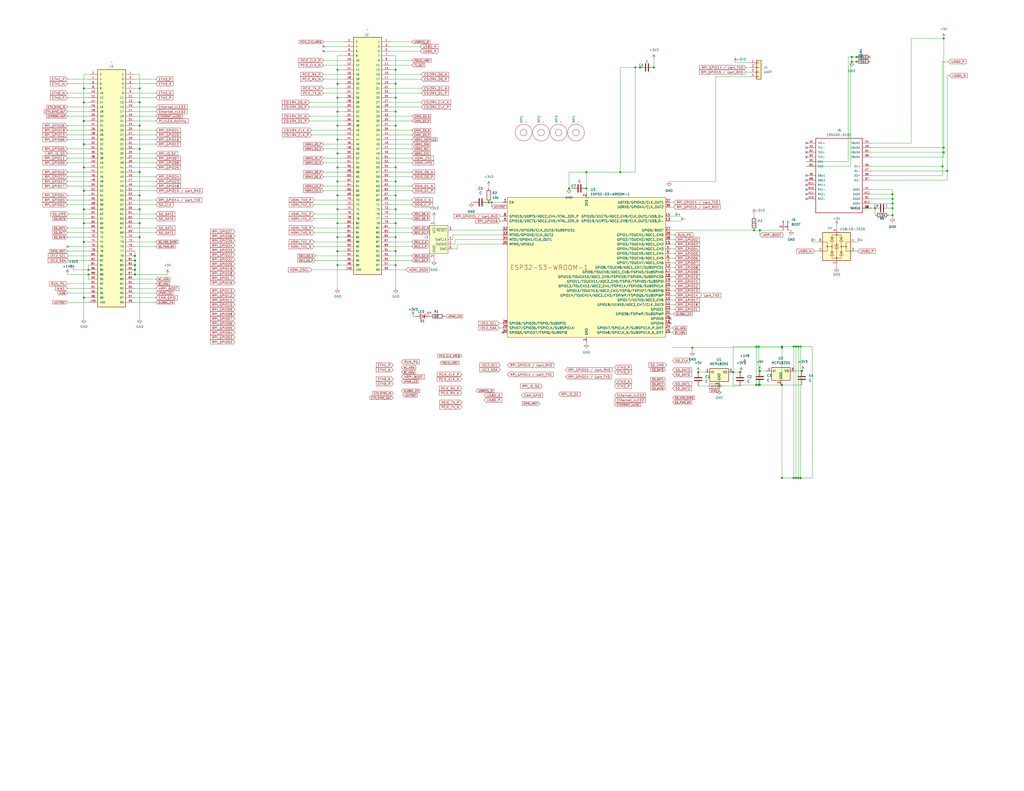
<source format=kicad_sch>
(kicad_sch (version 20231120) (generator "eeschema") (generator_version "8.0")
  (paper "C")
  (junction (at 184.15 60.96))
  (junction (at 45.72 121.92))
  (junction (at 76.2 55.88))
  (junction (at 184.15 68.58))
  (junction (at 184.15 106.68))
  (junction (at 73.66 144.78))
  (junction (at 184.15 45.72))
  (junction (at 45.72 162.56))
  (junction (at 266.7 110.49))
  (junction (at 356.87 36.83))
  (junction (at 320.04 93.98))
  (junction (at 215.9 137.16))
  (junction (at 76.2 48.26))
  (junction (at 76.2 81.28))
  (junction (at 184.15 83.82))
  (junction (at 434.34 189.23))
  (junction (at 73.66 149.86))
  (junction (at 215.9 114.3))
  (junction (at 435.61 189.23))
  (junction (at 414.655 125.73))
  (junction (at 426.72 210.185))
  (junction (at 184.15 129.54))
  (junction (at 76.2 129.54))
  (junction (at 45.72 78.74))
  (junction (at 76.2 68.58))
  (junction (at 487.045 113.665))
  (junction (at 215.9 129.54))
  (junction (at 487.045 111.125))
  (junction (at 215.9 68.58))
  (junction (at 436.88 189.23))
  (junction (at 73.66 147.32))
  (junction (at 412.75 189.23))
  (junction (at 215.9 99.06))
  (junction (at 45.72 104.14))
  (junction (at 414.655 202.565))
  (junction (at 487.045 108.585))
  (junction (at 426.72 260.985))
  (junction (at 184.15 91.44))
  (junction (at 437.515 202.565))
  (junction (at 184.15 121.92))
  (junction (at 514.985 83.185))
  (junction (at 467.36 31.115))
  (junction (at 45.72 66.04))
  (junction (at 215.9 121.92))
  (junction (at 215.9 38.1))
  (junction (at 215.9 45.72))
  (junction (at 184.15 144.78))
  (junction (at 392.43 210.82))
  (junction (at 76.2 114.3))
  (junction (at 381 203.2))
  (junction (at 516.89 93.345))
  (junction (at 45.72 91.44))
  (junction (at 426.72 189.865))
  (junction (at 414.02 189.23))
  (junction (at 184.15 114.3))
  (junction (at 215.9 60.96))
  (junction (at 414.02 210.185))
  (junction (at 76.2 121.92))
  (junction (at 184.15 38.1))
  (junction (at 514.985 80.645))
  (junction (at 45.72 132.08))
  (junction (at 184.15 99.06))
  (junction (at 215.9 91.44))
  (junction (at 215.9 53.34))
  (junction (at 346.71 36.83))
  (junction (at 184.15 137.16))
  (junction (at 377.825 189.865))
  (junction (at 414.655 210.185))
  (junction (at 403.86 203.2))
  (junction (at 215.9 106.68))
  (junction (at 45.72 48.26))
  (junction (at 73.66 139.7))
  (junction (at 184.15 53.34))
  (junction (at 215.9 144.78))
  (junction (at 477.52 113.665))
  (junction (at 349.25 36.83))
  (junction (at 435.61 260.985))
  (junction (at 48.26 147.32))
  (junction (at 467.36 33.655))
  (junction (at 76.2 93.98))
  (junction (at 426.72 189.23))
  (junction (at 48.26 149.86))
  (junction (at 464.82 33.655))
  (junction (at 411.48 125.73))
  (junction (at 487.045 106.045))
  (junction (at 320.04 102.87))
  (junction (at 184.15 76.2))
  (junction (at 464.82 31.115))
  (junction (at 76.2 106.68))
  (junction (at 514.985 20.955))
  (junction (at 45.72 55.88))
  (junction (at 412.75 210.185))
  (junction (at 310.515 102.87))
  (junction (at 433.07 189.23))
  (junction (at 268.2748 110.49))
  (junction (at 436.88 260.985))
  (junction (at 73.66 142.24))
  (junction (at 487.045 117.475))
  (junction (at 45.72 114.3))
  (junction (at 433.07 260.985))
  (junction (at 338.455 93.98))
  (junction (at 434.34 260.985))
  (junction (at 400.05 203.2))
  (junction (at 514.35 90.805))
  (no_connect (at 176.53 27.94))
  (no_connect (at 365.76 173.99))
  (no_connect (at 365.76 176.53))
  (no_connect (at 440.055 83.185))
  (no_connect (at 440.055 95.885))
  (no_connect (at 440.055 108.585))
  (no_connect (at 274.32 181.61))
  (no_connect (at 440.055 100.965))
  (no_connect (at 440.055 106.045))
  (no_connect (at 440.055 80.645))
  (no_connect (at 36.83 134.62))
  (no_connect (at 440.055 85.725))
  (no_connect (at 440.055 78.105))
  (no_connect (at 440.055 103.505))
  (no_connect (at 176.53 25.4))
  (no_connect (at 440.055 98.425))
  (wire (pts (xy 48.26 121.92) (xy 45.72 121.92)))
  (wire (pts (xy 462.915 31.115) (xy 464.82 31.115)))
  (wire (pts (xy 187.96 111.76) (xy 171.45 111.76)))
  (wire (pts (xy 381 203.2) (xy 384.81 203.2)))
  (wire (pts (xy 184.15 129.54) (xy 184.15 137.16)))
  (wire (pts (xy 365.76 125.73) (xy 411.48 125.73)))
  (wire (pts (xy 436.88 260.985) (xy 436.88 189.23)))
  (wire (pts (xy 45.72 55.88) (xy 45.72 66.04)))
  (wire (pts (xy 403.86 203.2) (xy 404.495 203.2)))
  (wire (pts (xy 187.96 124.46) (xy 171.45 124.46)))
  (wire (pts (xy 187.96 86.36) (xy 176.53 86.36)))
  (wire (pts (xy 48.26 149.86) (xy 36.83 149.86)))
  (wire (pts (xy 215.9 106.68) (xy 215.9 114.3)))
  (wire (pts (xy 187.96 58.42) (xy 168.91 58.42)))
  (wire (pts (xy 310.515 102.87) (xy 312.42 102.87)))
  (wire (pts (xy 462.915 88.265) (xy 462.915 31.115)))
  (wire (pts (xy 475.615 113.665) (xy 477.52 113.665)))
  (wire (pts (xy 213.36 91.44) (xy 215.9 91.44)))
  (wire (pts (xy 187.96 76.2) (xy 184.15 76.2)))
  (wire (pts (xy 36.83 124.46) (xy 48.26 124.46)))
  (wire (pts (xy 85.09 134.62) (xy 73.66 134.62)))
  (wire (pts (xy 365.76 110.49) (xy 367.665 110.49)))
  (wire (pts (xy 48.26 106.68) (xy 36.83 106.68)))
  (wire (pts (xy 187.96 78.74) (xy 176.53 78.74)))
  (wire (pts (xy 48.26 116.84) (xy 37.465 116.84)))
  (wire (pts (xy 76.2 48.26) (xy 76.2 55.88)))
  (wire (pts (xy 184.15 45.72) (xy 184.15 53.34)))
  (wire (pts (xy 213.36 55.88) (xy 229.87 55.88)))
  (wire (pts (xy 464.82 31.115) (xy 464.82 33.655)))
  (wire (pts (xy 273.05 118.11) (xy 274.32 118.11)))
  (wire (pts (xy 485.14 117.475) (xy 487.045 117.475)))
  (wire (pts (xy 187.96 68.58) (xy 184.15 68.58)))
  (wire (pts (xy 268.2748 110.49) (xy 274.32 110.49)))
  (wire (pts (xy 365.76 133.35) (xy 368.3 133.35)))
  (wire (pts (xy 48.26 137.16) (xy 36.83 137.16)))
  (wire (pts (xy 48.26 147.32) (xy 48.26 144.78)))
  (wire (pts (xy 36.83 119.38) (xy 48.26 119.38)))
  (wire (pts (xy 48.26 101.6) (xy 36.83 101.6)))
  (wire (pts (xy 213.36 104.14) (xy 224.79 104.14)))
  (wire (pts (xy 236.855 118.745) (xy 236.855 120.65)))
  (wire (pts (xy 475.615 85.725) (xy 514.985 85.725)))
  (wire (pts (xy 187.96 109.22) (xy 171.45 109.22)))
  (wire (pts (xy 390.525 41.91) (xy 408.94 41.91)))
  (wire (pts (xy 365.76 138.43) (xy 368.3 138.43)))
  (wire (pts (xy 184.15 30.48) (xy 184.15 38.1)))
  (wire (pts (xy 514.35 90.805) (xy 514.35 33.655)))
  (wire (pts (xy 475.615 111.125) (xy 487.045 111.125)))
  (wire (pts (xy 215.9 60.96) (xy 215.9 68.58)))
  (wire (pts (xy 213.36 40.64) (xy 229.87 40.64)))
  (wire (pts (xy 48.26 160.02) (xy 36.83 160.02)))
  (wire (pts (xy 184.15 91.44) (xy 184.15 99.06)))
  (wire (pts (xy 213.36 86.36) (xy 224.79 86.36)))
  (wire (pts (xy 377.825 189.865) (xy 426.72 189.865)))
  (wire (pts (xy 377.825 189.865) (xy 377.825 191.77)))
  (wire (pts (xy 45.72 78.74) (xy 45.72 91.44)))
  (wire (pts (xy 187.96 40.64) (xy 176.53 40.64)))
  (wire (pts (xy 215.9 91.44) (xy 215.9 99.06)))
  (wire (pts (xy 213.36 116.84) (xy 224.79 116.84)))
  (wire (pts (xy 213.36 76.2) (xy 224.79 76.2)))
  (wire (pts (xy 73.66 152.4) (xy 85.09 152.4)))
  (wire (pts (xy 365.76 135.89) (xy 368.3 135.89)))
  (wire (pts (xy 85.09 127) (xy 73.66 127)))
  (wire (pts (xy 400.05 203.2) (xy 403.86 203.2)))
  (wire (pts (xy 36.83 127) (xy 48.26 127)))
  (wire (pts (xy 487.045 108.585) (xy 487.045 111.125)))
  (wire (pts (xy 213.36 124.46) (xy 224.79 124.46)))
  (wire (pts (xy 444.5 137.16) (xy 446.405 137.16)))
  (wire (pts (xy 456.565 123.19) (xy 456.565 124.46)))
  (wire (pts (xy 215.9 30.48) (xy 215.9 38.1)))
  (wire (pts (xy 184.15 83.82) (xy 184.15 91.44)))
  (wire (pts (xy 365.76 120.65) (xy 371.475 120.65)))
  (wire (pts (xy 73.66 160.02) (xy 85.09 160.02)))
  (wire (pts (xy 187.96 25.4) (xy 176.53 25.4)))
  (wire (pts (xy 213.36 139.7) (xy 224.79 139.7)))
  (wire (pts (xy 366.395 189.865) (xy 377.825 189.865)))
  (wire (pts (xy 433.07 260.985) (xy 433.07 189.23)))
  (wire (pts (xy 213.36 111.76) (xy 224.79 111.76)))
  (wire (pts (xy 487.045 103.505) (xy 487.045 106.045)))
  (wire (pts (xy 76.2 106.68) (xy 76.2 114.3)))
  (wire (pts (xy 187.96 48.26) (xy 176.53 48.26)))
  (wire (pts (xy 48.26 76.2) (xy 36.83 76.2)))
  (wire (pts (xy 48.26 66.04) (xy 45.72 66.04)))
  (wire (pts (xy 466.725 137.16) (xy 467.995 137.16)))
  (wire (pts (xy 40.005 147.32) (xy 48.26 147.32)))
  (wire (pts (xy 411.48 125.73) (xy 414.655 125.73)))
  (wire (pts (xy 187.96 53.34) (xy 184.15 53.34)))
  (wire (pts (xy 213.36 71.12) (xy 224.79 71.12)))
  (wire (pts (xy 187.96 116.84) (xy 171.45 116.84)))
  (wire (pts (xy 45.72 121.92) (xy 45.72 132.08)))
  (wire (pts (xy 338.455 93.98) (xy 338.455 36.83)))
  (wire (pts (xy 187.96 66.04) (xy 168.91 66.04)))
  (wire (pts (xy 414.02 189.23) (xy 426.72 189.23)))
  (wire (pts (xy 45.72 162.56) (xy 45.72 173.99)))
  (wire (pts (xy 73.66 101.6) (xy 85.09 101.6)))
  (wire (pts (xy 187.96 73.66) (xy 170.18 73.66)))
  (wire (pts (xy 187.96 114.3) (xy 184.15 114.3)))
  (wire (pts (xy 213.36 81.28) (xy 224.79 81.28)))
  (wire (pts (xy 73.66 157.48) (xy 85.09 157.48)))
  (wire (pts (xy 434.34 260.985) (xy 435.61 260.985)))
  (wire (pts (xy 48.26 142.24) (xy 37.465 142.24)))
  (wire (pts (xy 213.36 63.5) (xy 224.79 63.5)))
  (wire (pts (xy 45.72 132.08) (xy 45.72 162.56)))
  (wire (pts (xy 215.9 137.16) (xy 215.9 144.78)))
  (wire (pts (xy 73.66 96.52) (xy 85.09 96.52)))
  (wire (pts (xy 414.02 189.23) (xy 414.02 210.185)))
  (wire (pts (xy 392.43 210.82) (xy 403.86 210.82)))
  (wire (pts (xy 48.26 50.8) (xy 36.83 50.8)))
  (wire (pts (xy 487.045 111.125) (xy 487.045 113.665)))
  (wire (pts (xy 187.96 38.1) (xy 184.15 38.1)))
  (wire (pts (xy 257.175 110.49) (xy 258.445 110.49)))
  (wire (pts (xy 365.76 161.29) (xy 368.3 161.29)))
  (wire (pts (xy 73.66 106.68) (xy 76.2 106.68)))
  (wire (pts (xy 365.76 153.67) (xy 368.3 153.67)))
  (wire (pts (xy 411.48 116.84) (xy 411.48 118.11)))
  (wire (pts (xy 213.36 48.26) (xy 229.87 48.26)))
  (wire (pts (xy 516.89 41.275) (xy 518.16 41.275)))
  (wire (pts (xy 45.72 104.14) (xy 45.72 114.3)))
  (wire (pts (xy 487.045 117.475) (xy 487.045 118.745)))
  (wire (pts (xy 464.82 33.655) (xy 467.36 33.655)))
  (wire (pts (xy 381 210.82) (xy 392.43 210.82)))
  (wire (pts (xy 338.455 36.83) (xy 346.71 36.83)))
  (wire (pts (xy 475.615 80.645) (xy 514.985 80.645)))
  (wire (pts (xy 407.035 39.37) (xy 408.94 39.37)))
  (wire (pts (xy 73.66 55.88) (xy 76.2 55.88)))
  (wire (pts (xy 320.04 186.69) (xy 320.04 187.325)))
  (wire (pts (xy 187.96 119.38) (xy 171.45 119.38)))
  (wire (pts (xy 187.96 33.02) (xy 176.53 33.02)))
  (wire (pts (xy 426.72 260.985) (xy 433.07 260.985)))
  (wire (pts (xy 213.36 88.9) (xy 224.79 88.9)))
  (wire (pts (xy 73.66 144.78) (xy 73.66 147.32)))
  (wire (pts (xy 213.36 83.82) (xy 224.79 83.82)))
  (wire (pts (xy 365.76 146.05) (xy 368.3 146.05)))
  (wire (pts (xy 73.66 88.9) (xy 85.09 88.9)))
  (wire (pts (xy 514.985 83.185) (xy 514.985 80.645)))
  (wire (pts (xy 187.96 35.56) (xy 176.53 35.56)))
  (wire (pts (xy 467.36 31.115) (xy 474.98 31.115)))
  (wire (pts (xy 213.36 147.32) (xy 221.615 147.32)))
  (wire (pts (xy 184.15 114.3) (xy 184.15 121.92)))
  (wire (pts (xy 85.09 132.08) (xy 73.66 132.08)))
  (wire (pts (xy 48.26 109.22) (xy 36.83 109.22)))
  (wire (pts (xy 187.96 83.82) (xy 184.15 83.82)))
  (wire (pts (xy 187.96 50.8) (xy 176.53 50.8)))
  (wire (pts (xy 365.76 163.83) (xy 368.3 163.83)))
  (wire (pts (xy 187.96 121.92) (xy 184.15 121.92)))
  (wire (pts (xy 73.66 109.22) (xy 85.09 109.22)))
  (wire (pts (xy 475.615 78.105) (xy 497.205 78.105)))
  (wire (pts (xy 247.015 128.27) (xy 247.015 130.81)))
  (wire (pts (xy 213.36 134.62) (xy 224.79 134.62)))
  (wire (pts (xy 73.66 81.28) (xy 76.2 81.28)))
  (wire (pts (xy 407.035 36.83) (xy 408.94 36.83)))
  (wire (pts (xy 73.66 66.04) (xy 85.09 66.04)))
  (wire (pts (xy 516.89 93.345) (xy 516.89 41.275)))
  (wire (pts (xy 187.96 22.86) (xy 176.53 22.86)))
  (wire (pts (xy 85.09 78.74) (xy 73.66 78.74)))
  (wire (pts (xy 475.615 83.185) (xy 514.985 83.185)))
  (wire (pts (xy 45.72 91.44) (xy 45.72 104.14)))
  (wire (pts (xy 456.565 144.78) (xy 456.565 146.05)))
  (wire (pts (xy 184.15 137.16) (xy 184.15 144.78)))
  (wire (pts (xy 73.66 165.1) (xy 85.09 165.1)))
  (wire (pts (xy 45.72 114.3) (xy 45.72 121.92)))
  (wire (pts (xy 76.2 93.98) (xy 76.2 106.68)))
  (wire (pts (xy 187.96 144.78) (xy 184.15 144.78)))
  (wire (pts (xy 436.88 260.985) (xy 435.61 260.985)))
  (wire (pts (xy 48.26 114.3) (xy 45.72 114.3)))
  (wire (pts (xy 73.66 139.7) (xy 73.66 137.16)))
  (wire (pts (xy 48.26 83.82) (xy 36.83 83.82)))
  (wire (pts (xy 426.72 260.985) (xy 426.085 260.985)))
  (wire (pts (xy 184.15 99.06) (xy 184.15 106.68)))
  (wire (pts (xy 187.96 142.24) (xy 172.085 142.24)))
  (wire (pts (xy 514.35 95.885) (xy 514.35 90.805)))
  (wire (pts (xy 73.66 121.92) (xy 76.2 121.92)))
  (wire (pts (xy 414.02 210.185) (xy 414.655 210.185)))
  (wire (pts (xy 215.9 45.72) (xy 215.9 53.34)))
  (wire (pts (xy 414.02 189.23) (xy 412.75 189.23)))
  (wire (pts (xy 184.15 53.34) (xy 184.15 60.96)))
  (wire (pts (xy 187.96 132.08) (xy 171.45 132.08)))
  (wire (pts (xy 213.36 99.06) (xy 215.9 99.06)))
  (wire (pts (xy 213.36 119.38) (xy 224.79 119.38)))
  (wire (pts (xy 73.66 142.24) (xy 73.66 144.78)))
  (wire (pts (xy 213.36 27.94) (xy 229.235 27.94)))
  (wire (pts (xy 215.9 129.54) (xy 215.9 137.16)))
  (wire (pts (xy 48.26 104.14) (xy 45.72 104.14)))
  (wire (pts (xy 213.36 53.34) (xy 215.9 53.34)))
  (wire (pts (xy 310.515 93.98) (xy 310.515 102.87)))
  (wire (pts (xy 213.36 142.24) (xy 224.79 142.24)))
  (wire (pts (xy 73.66 162.56) (xy 85.09 162.56)))
  (wire (pts (xy 73.66 83.82) (xy 85.09 83.82)))
  (wire (pts (xy 400.05 203.2) (xy 400.05 210.185)))
  (wire (pts (xy 247.015 125.73) (xy 274.32 125.73)))
  (wire (pts (xy 213.36 58.42) (xy 229.87 58.42)))
  (wire (pts (xy 187.96 93.98) (xy 176.53 93.98)))
  (wire (pts (xy 435.61 189.23) (xy 434.34 189.23)))
  (wire (pts (xy 48.26 73.66) (xy 36.83 73.66)))
  (wire (pts (xy 187.96 129.54) (xy 184.15 129.54)))
  (wire (pts (xy 266.7 110.49) (xy 268.2748 110.49)))
  (wire (pts (xy 187.96 127) (xy 171.45 127)))
  (wire (pts (xy 475.615 103.505) (xy 487.045 103.505)))
  (wire (pts (xy 73.66 154.94) (xy 85.09 154.94)))
  (wire (pts (xy 213.36 50.8) (xy 229.87 50.8)))
  (wire (pts (xy 45.72 48.26) (xy 45.72 55.88)))
  (wire (pts (xy 73.66 71.12) (xy 85.09 71.12)))
  (wire (pts (xy 184.15 106.68) (xy 184.15 114.3)))
  (wire (pts (xy 85.09 111.76) (xy 73.66 111.76)))
  (wire (pts (xy 234.315 172.72) (xy 234.95 172.72)))
  (wire (pts (xy 73.66 43.18) (xy 85.09 43.18)))
  (wire (pts (xy 48.26 48.26) (xy 45.72 48.26)))
  (wire (pts (xy 213.36 33.02) (xy 224.79 33.02)))
  (wire (pts (xy 487.045 113.665) (xy 487.045 117.475)))
  (wire (pts (xy 213.36 137.16) (xy 215.9 137.16)))
  (wire (pts (xy 433.705 202.565) (xy 437.515 202.565)))
  (wire (pts (xy 76.2 55.88) (xy 76.2 68.58)))
  (wire (pts (xy 48.26 96.52) (xy 36.83 96.52)))
  (wire (pts (xy 412.75 189.23) (xy 412.75 210.185)))
  (wire (pts (xy 365.125 99.06) (xy 390.525 99.06)))
  (wire (pts (xy 516.89 98.425) (xy 516.89 93.345)))
  (wire (pts (xy 48.26 81.28) (xy 36.83 81.28)))
  (wire (pts (xy 213.36 30.48) (xy 215.9 30.48)))
  (wire (pts (xy 401.32 34.29) (xy 408.94 34.29)))
  (wire (pts (xy 48.26 86.36) (xy 36.83 86.36)))
  (wire (pts (xy 36.83 129.54) (xy 48.26 129.54)))
  (wire (pts (xy 400.05 210.185) (xy 412.75 210.185)))
  (wire (pts (xy 73.66 53.34) (xy 85.09 53.34)))
  (wire (pts (xy 248.285 130.81) (xy 248.285 133.35)))
  (wire (pts (xy 213.36 43.18) (xy 229.87 43.18)))
  (wire (pts (xy 73.66 93.98) (xy 76.2 93.98)))
  (wire (pts (xy 487.045 106.045) (xy 487.045 108.585)))
  (wire (pts (xy 215.9 53.34) (xy 215.9 60.96)))
  (wire (pts (xy 76.2 40.64) (xy 76.2 48.26)))
  (wire (pts (xy 400.05 189.23) (xy 400.05 203.2)))
  (wire (pts (xy 73.66 129.54) (xy 76.2 129.54)))
  (wire (pts (xy 365.76 113.03) (xy 367.665 113.03)))
  (wire (pts (xy 443.23 260.985) (xy 443.23 189.23)))
  (wire (pts (xy 248.285 133.35) (xy 247.015 133.35)))
  (wire (pts (xy 187.96 104.14) (xy 176.53 104.14)))
  (wire (pts (xy 184.15 121.92) (xy 184.15 129.54)))
  (wire (pts (xy 73.66 73.66) (xy 85.09 73.66)))
  (wire (pts (xy 514.985 85.725) (xy 514.985 83.185)))
  (wire (pts (xy 48.26 93.98) (xy 36.83 93.98)))
  (wire (pts (xy 184.15 76.2) (xy 184.15 83.82)))
  (wire (pts (xy 48.26 139.7) (xy 37.465 139.7)))
  (wire (pts (xy 365.76 140.97) (xy 368.3 140.97)))
  (wire (pts (xy 242.57 172.72) (xy 243.205 172.72)))
  (wire (pts (xy 365.76 156.21) (xy 368.3 156.21)))
  (wire (pts (xy 213.36 78.74) (xy 224.79 78.74)))
  (wire (pts (xy 213.36 73.66) (xy 224.79 73.66)))
  (wire (pts (xy 236.855 140.97) (xy 236.855 142.24)))
  (wire (pts (xy 414.655 202.565) (xy 418.465 202.565)))
  (wire (pts (xy 45.72 162.56) (xy 48.26 162.56)))
  (wire (pts (xy 426.72 189.865) (xy 426.72 210.185)))
  (wire (pts (xy 514.985 20.955) (xy 514.985 80.645)))
  (wire (pts (xy 213.36 106.68) (xy 215.9 106.68)))
  (wire (pts (xy 392.43 210.82) (xy 392.43 212.725)))
  (wire (pts (xy 187.96 101.6) (xy 176.53 101.6)))
  (wire (pts (xy 365.76 166.37) (xy 368.3 166.37)))
  (wire (pts (xy 274.32 128.27) (xy 247.015 128.27)))
  (wire (pts (xy 76.2 121.92) (xy 76.2 129.54)))
  (wire (pts (xy 48.26 63.5) (xy 36.83 63.5)))
  (wire (pts (xy 434.34 260.985) (xy 433.07 260.985)))
  (wire (pts (xy 213.36 121.92) (xy 215.9 121.92)))
  (wire (pts (xy 467.36 33.655) (xy 474.98 33.655)))
  (wire (pts (xy 266.065 110.49) (xy 266.7 110.49)))
  (wire (pts (xy 48.26 165.1) (xy 36.83 165.1)))
  (wire (pts (xy 73.66 68.58) (xy 76.2 68.58)))
  (wire (pts (xy 475.615 93.345) (xy 516.89 93.345)))
  (wire (pts (xy 426.72 260.985) (xy 426.72 210.185)))
  (wire (pts (xy 442.595 132.08) (xy 446.405 132.08)))
  (wire (pts (xy 73.66 60.96) (xy 85.09 60.96)))
  (wire (pts (xy 85.09 119.38) (xy 73.66 119.38)))
  (wire (pts (xy 436.88 260.985) (xy 443.23 260.985)))
  (wire (pts (xy 365.76 179.07) (xy 367.03 179.07)))
  (wire (pts (xy 268.2748 112.903) (xy 268.2748 110.49)))
  (wire (pts (xy 273.05 120.65) (xy 274.32 120.65)))
  (wire (pts (xy 365.76 181.61) (xy 367.03 181.61)))
  (wire (pts (xy 187.96 134.62) (xy 171.45 134.62)))
  (wire (pts (xy 76.2 129.54) (xy 76.2 173.99)))
  (wire (pts (xy 365.76 118.11) (xy 371.475 118.11)))
  (wire (pts (xy 73.66 91.44) (xy 85.09 91.44)))
  (wire (pts (xy 390.525 99.06) (xy 390.525 41.91)))
  (wire (pts (xy 187.96 106.68) (xy 184.15 106.68)))
  (wire (pts (xy 464.185 90.805) (xy 440.055 90.805)))
  (wire (pts (xy 213.36 144.78) (xy 215.9 144.78)))
  (wire (pts (xy 215.9 144.78) (xy 215.9 157.48)))
  (wire (pts (xy 48.26 45.72) (xy 36.83 45.72)))
  (wire (pts (xy 187.96 96.52) (xy 176.53 96.52)))
  (wire (pts (xy 213.36 101.6) (xy 224.79 101.6)))
  (wire (pts (xy 184.15 144.78) (xy 184.15 157.48)))
  (wire (pts (xy 266.7 101.6) (xy 266.7 102.87)))
  (wire (pts (xy 48.26 53.34) (xy 36.83 53.34)))
  (wire (pts (xy 213.36 93.98) (xy 224.79 93.98)))
  (wire (pts (xy 184.15 38.1) (xy 184.15 45.72)))
  (wire (pts (xy 462.915 88.265) (xy 440.055 88.265)))
  (wire (pts (xy 48.26 157.48) (xy 36.83 157.48)))
  (wire (pts (xy 426.72 210.185) (xy 437.515 210.185)))
  (wire (pts (xy 365.76 151.13) (xy 368.3 151.13)))
  (wire (pts (xy 48.26 154.94) (xy 36.83 154.94)))
  (wire (pts (xy 213.36 60.96) (xy 215.9 60.96)))
  (wire (pts (xy 433.07 189.23) (xy 426.72 189.23)))
  (wire (pts (xy 213.36 96.52) (xy 224.79 96.52)))
  (wire (pts (xy 514.35 33.655) (xy 517.525 33.655)))
  (wire (pts (xy 48.26 55.88) (xy 45.72 55.88)))
  (wire (pts (xy 48.26 71.12) (xy 36.83 71.12)))
  (wire (pts (xy 76.2 114.3) (xy 76.2 121.92)))
  (wire (pts (xy 213.36 38.1) (xy 215.9 38.1)))
  (wire (pts (xy 184.15 68.58) (xy 184.15 76.2)))
  (wire (pts (xy 310.515 93.98) (xy 320.04 93.98)))
  (wire (pts (xy 477.52 113.665) (xy 477.52 117.475)))
  (wire (pts (xy 215.9 121.92) (xy 215.9 129.54)))
  (wire (pts (xy 187.96 81.28) (xy 176.53 81.28)))
  (wire (pts (xy 274.32 130.81) (xy 248.285 130.81)))
  (wire (pts (xy 48.26 152.4) (xy 48.26 149.86)))
  (wire (pts (xy 48.26 68.58) (xy 36.83 68.58)))
  (wire (pts (xy 73.66 147.32) (xy 73.66 149.86)))
  (wire (pts (xy 73.66 104.14) (xy 85.09 104.14)))
  (wire (pts (xy 187.96 30.48) (xy 184.15 30.48)))
  (wire (pts (xy 76.2 68.58) (xy 76.2 81.28)))
  (wire (pts (xy 213.36 132.08) (xy 224.79 132.08)))
  (wire (pts (xy 464.82 31.115) (xy 467.36 31.115)))
  (wire (pts (xy 215.9 38.1) (xy 215.9 45.72)))
  (wire (pts (xy 213.36 127) (xy 224.79 127)))
  (wire (pts (xy 497.205 78.105) (xy 497.205 20.955)))
  (wire (pts (xy 48.26 60.96) (xy 36.83 60.96)))
  (wire (pts (xy 213.36 45.72) (xy 215.9 45.72)))
  (wire (pts (xy 320.04 93.98) (xy 338.455 93.98)))
  (wire (pts (xy 365.76 148.59) (xy 368.3 148.59)))
  (wire (pts (xy 73.66 114.3) (xy 76.2 114.3)))
  (wire (pts (xy 320.04 93.98) (xy 320.04 102.87)))
  (wire (pts (xy 475.615 95.885) (xy 514.35 95.885)))
  (wire (pts (xy 414.655 210.185) (xy 426.085 210.185)))
  (wire (pts (xy 73.66 86.36) (xy 85.09 86.36)))
  (wire (pts (xy 426.72 189.865) (xy 426.72 189.23)))
  (wire (pts (xy 272.415 179.07) (xy 274.32 179.07)))
  (wire (pts (xy 215.9 99.06) (xy 215.9 106.68)))
  (wire (pts (xy 365.76 158.75) (xy 368.3 158.75)))
  (wire (pts (xy 346.71 93.98) (xy 346.71 36.83)))
  (wire (pts (xy 187.96 55.88) (xy 168.91 55.88)))
  (wire (pts (xy 365.76 130.81) (xy 368.3 130.81)))
  (wire (pts (xy 436.88 189.23) (xy 435.61 189.23)))
  (wire (pts (xy 187.96 137.16) (xy 184.15 137.16)))
  (wire (pts (xy 73.66 139.7) (xy 73.66 142.24)))
  (wire (pts (xy 464.185 90.805) (xy 464.185 33.655)))
  (wire (pts (xy 187.96 139.7) (xy 172.085 139.7)))
  (wire (pts (xy 48.26 78.74) (xy 45.72 78.74)))
  (wire (pts (xy 73.66 124.46) (xy 85.09 124.46)))
  (wire (pts (xy 249.555 135.89) (xy 247.015 135.89)))
  (wire (pts (xy 184.15 60.96) (xy 184.15 68.58)))
  (wire (pts (xy 48.26 58.42) (xy 36.83 58.42)))
  (wire (pts (xy 45.72 40.64) (xy 45.72 48.26)))
  (wire (pts (xy 73.66 99.06) (xy 85.09 99.06)))
  (wire (pts (xy 414.655 128.27) (xy 414.655 125.73)))
  (wire (pts (xy 475.615 90.805) (xy 514.35 90.805)))
  (wire (pts (xy 434.34 260.985) (xy 434.34 189.23)))
  (wire (pts (xy 213.36 25.4) (xy 229.235 25.4)))
  (wire (pts (xy 48.26 40.64) (xy 45.72 40.64)))
  (wire (pts (xy 213.36 66.04) (xy 224.79 66.04)))
  (wire (pts (xy 412.75 210.185) (xy 414.02 210.185)))
  (wire (pts (xy 249.555 133.35) (xy 249.555 135.89)))
  (wire (pts (xy 48.26 134.62) (xy 36.83 134.62)))
  (wire (pts (xy 215.9 114.3) (xy 215.9 121.92)))
  (wire (pts (xy 187.96 99.06) (xy 184.15 99.06)))
  (wire (pts (xy 437.515 202.565) (xy 438.15 202.565)))
  (wire (pts (xy 45.72 66.04) (xy 45.72 78.74)))
  (wire (pts (xy 349.25 36.83) (xy 356.87 36.83)))
  (wire (pts (xy 434.34 189.23) (xy 433.07 189.23)))
  (wire (pts (xy 73.66 63.5) (xy 85.09 63.5)))
  (wire (pts (xy 215.9 68.58) (xy 215.9 91.44)))
  (wire (pts (xy 187.96 27.94) (xy 176.53 27.94)))
  (wire (pts (xy 464.185 33.655) (xy 464.82 33.655)))
  (wire (pts (xy 213.36 22.86) (xy 224.79 22.86)))
  (wire (pts (xy 73.66 76.2) (xy 85.09 76.2)))
  (wire (pts (xy 213.36 35.56) (xy 224.79 35.56)))
  (wire (pts (xy 365.76 128.27) (xy 368.3 128.27)))
  (wire (pts (xy 48.26 91.44) (xy 45.72 91.44)))
  (wire (pts (xy 73.66 50.8) (xy 85.09 50.8)))
  (wire (pts (xy 466.725 132.08) (xy 467.995 132.08)))
  (wire (pts (xy 187.96 71.12) (xy 170.18 71.12)))
  (wire (pts (xy 73.66 48.26) (xy 76.2 48.26)))
  (wire (pts (xy 73.66 40.64) (xy 76.2 40.64)))
  (wire (pts (xy 73.66 45.72) (xy 85.09 45.72)))
  (wire (pts (xy 187.96 91.44) (xy 184.15 91.44)))
  (wire (pts (xy 225.425 172.72) (xy 226.695 172.72)))
  (wire (pts (xy 73.66 149.86) (xy 91.44 149.86)))
  (wire (pts (xy 365.76 171.45) (xy 367.665 171.45)))
  (wire (pts (xy 365.76 168.91) (xy 368.3 168.91)))
  (wire (pts (xy 274.32 133.35) (xy 249.555 133.35)))
  (wire (pts (xy 48.26 132.08) (xy 45.72 132.08)))
  (wire (pts (xy 429.895 125.73) (xy 431.8 125.73)))
  (wire (pts (xy 213.36 129.54) (xy 215.9 129.54)))
  (wire (pts (xy 435.61 260.985) (xy 435.61 189.23)))
  (wire (pts (xy 187.96 88.9) (xy 176.53 88.9)))
  (wire (pts (xy 187.96 147.32) (xy 170.18 147.32)))
  (wire (pts (xy 48.26 99.06) (xy 36.83 99.06)))
  (wire (pts (xy 475.615 106.045) (xy 487.045 106.045)))
  (wire (pts (xy 48.26 43.18) (xy 36.83 43.18)))
  (wire (pts (xy 414.655 125.73) (xy 427.355 125.73)))
  (wire (pts (xy 475.615 98.425) (xy 516.89 98.425)))
  (wire (pts (xy 48.26 88.9) (xy 36.83 88.9)))
  (wire (pts (xy 73.66 58.42) (xy 85.09 58.42)))
  (wire (pts (xy 187.96 45.72) (xy 184.15 45.72)))
  (wire (pts (xy 213.36 109.22) (xy 224.79 109.22)))
  (wire (pts (xy 320.04 102.87) (xy 320.04 105.41)))
  (wire (pts (xy 187.96 43.18) (xy 176.53 43.18)))
  (wire (pts (xy 76.2 81.28) (xy 76.2 93.98)))
  (wire (pts (xy 443.23 189.23) (xy 436.88 189.23)))
  (wire (pts (xy 412.75 189.23) (xy 400.05 189.23)))
  (wire (pts (xy 187.96 63.5) (xy 168.91 63.5)))
  (wire (pts (xy 338.455 93.98) (xy 346.71 93.98)))
  (wire (pts (xy 48.26 111.76) (xy 36.83 111.76)))
  (wire (pts (xy 346.71 36.83) (xy 349.25 36.83)))
  (wire (pts (xy 365.76 143.51) (xy 368.3 143.51)))
  (wire (pts (xy 73.66 116.84) (xy 85.09 116.84)))
  (wire (pts (xy 272.415 176.53) (xy 274.32 176.53)))
  (wire (pts (xy 356.87 32.385) (xy 356.87 36.83)))
  (wire (pts (xy 475.615 108.585) (xy 487.045 108.585)))
  (wire (pts (xy 213.36 114.3) (xy 215.9 114.3)))
  (wire (pts (xy 497.205 20.955) (xy 514.985 20.955)))
  (wire (pts (xy 213.36 68.58) (xy 215.9 68.58)))
  (wire (pts (xy 187.96 60.96) (xy 184.15 60.96)))
  (wire (pts (xy 485.14 113.665) (xy 487.045 113.665)))
  (label "D+" (at 467.995 132.08 0))
  (label "D+" (at 371.475 118.11 180))
  (label "D-" (at 371.475 120.65 0))
  (label "D-" (at 442.595 132.08 0))
  (global_label "SD_DAT1" (shape input) (at 367.03 209.55 0) (property "Intersheetrefs" "${INTERSHEET_REFS}" (effects (hide yes))))
  (global_label "RPI_GPIO09" (shape input) (at 368.3 148.59 0) (property "Intersheetrefs" "${INTERSHEET_REFS}" (effects (hide yes))))
  (global_label "SD_DAT3" (shape input) (at 367.03 201.93 0) (property "Intersheetrefs" "${INTERSHEET_REFS}" (effects (hide yes))))
  (global_label "HDMI_DSDA" (shape input) (at 221.615 147.32 0) (property "Intersheetrefs" "${INTERSHEET_REFS}" (effects (hide yes))))
  (global_label "USBD_N" (shape input) (at 229.235 25.4 0) (property "Intersheetrefs" "${INTERSHEET_REFS}" (effects (hide yes))))
  (global_label "RPI_GPIO03" (shape input) (at 368.3 133.35 0) (property "Intersheetrefs" "${INTERSHEET_REFS}" (effects (hide yes))))
  (global_label "RPI_GPIO06" (shape input) (at 128.27 176.53 180) (property "Intersheetrefs" "${INTERSHEET_REFS}" (effects (hide yes))))
  (global_label "DSI1_D2_P" (shape input) (at 224.79 142.24 0) (effects (font (size 0.9906 0.9906))) (property "Intersheetrefs" "${INTERSHEET_REFS}" (effects (hide yes))))
  (global_label "ETH_SYNC_OUT" (shape input) (at 36.83 60.96 180) (effects (font (size 0.9906 0.9906) (italic yes))) (property "Intersheetrefs" "${INTERSHEET_REFS}" (effects (hide yes))))
  (global_label "HDMI_DSCL" (shape input) (at 170.18 147.32 180) (property "Intersheetrefs" "${INTERSHEET_REFS}" (effects (hide yes))))
  (global_label "RPI_GPIO22" (shape input) (at 128.27 139.065 180) (property "Intersheetrefs" "${INTERSHEET_REFS}" (effects (hide yes))))
  (global_label "ETH3_P" (shape input) (at 335.28 200.66 0) (property "Intersheetrefs" "${INTERSHEET_REFS}" (effects (hide yes))))
  (global_label "PCIE_CLK_nREQ" (shape input) (at 252.095 194.31 180) (effects (font (size 0.9906 0.9906) (italic yes))) (property "Intersheetrefs" "${INTERSHEET_REFS}" (effects (hide yes))))
  (global_label "RPI_GPIO15 {slash} Uart_RXD" (shape input) (at 308.61 201.93 0) (property "Intersheetrefs" "${INTERSHEET_REFS}" (effects (hide yes))))
  (global_label "ETH1_N" (shape input) (at 214.63 201.93 180) (property "Intersheetrefs" "${INTERSHEET_REFS}" (effects (hide yes))))
  (global_label "RPI_GPIO09" (shape input) (at 36.83 88.9 180) (property "Intersheetrefs" "${INTERSHEET_REFS}" (effects (hide yes))))
  (global_label "DSI0_D1_N" (shape input) (at 224.79 101.6 0) (property "Intersheetrefs" "${INTERSHEET_REFS}" (effects (hide yes))))
  (global_label "RPI_GPIO03" (shape input) (at 128.27 184.15 180) (property "Intersheetrefs" "${INTERSHEET_REFS}" (effects (hide yes))))
  (global_label "RPI_GPIO23" (shape input) (at 85.09 99.06 0) (property "Intersheetrefs" "${INTERSHEET_REFS}" (effects (hide yes))))
  (global_label "RPI_GPIO13" (shape input) (at 368.3 158.75 0) (property "Intersheetrefs" "${INTERSHEET_REFS}" (effects (hide yes))))
  (global_label "SD_VDD_OVRD" (shape input) (at 85.09 132.08 0) (effects (font (size 0.9906 0.9906) (italic yes))) (property "Intersheetrefs" "${INTERSHEET_REFS}" (effects (hide yes))))
  (global_label "RPI_GPIO15 {slash} Uart_RXD" (shape input) (at 276.86 199.39 0) (property "Intersheetrefs" "${INTERSHEET_REFS}" (effects (hide yes))))
  (global_label "RUN_PG" (shape input) (at 368.3 128.27 0) (property "Intersheetrefs" "${INTERSHEET_REFS}" (effects (hide yes))))
  (global_label "DSI1_C_N" (shape input) (at 224.79 132.08 0) (effects (font (size 0.9906 0.9906) (italic yes))) (property "Intersheetrefs" "${INTERSHEET_REFS}" (effects (hide yes))))
  (global_label "RPI_GPIO04" (shape input) (at 36.83 106.68 180) (property "Intersheetrefs" "${INTERSHEET_REFS}" (effects (hide yes))))
  (global_label "SD_CLK" (shape input) (at 367.03 196.85 0) (property "Intersheetrefs" "${INTERSHEET_REFS}" (effects (hide yes))))
  (global_label "PCIE_TX_N" (shape input) (at 176.53 50.8 180) (property "Intersheetrefs" "${INTERSHEET_REFS}" (effects (hide yes))))
  (global_label "PCIE_TX_N" (shape input) (at 252.095 222.25 180) (property "Intersheetrefs" "${INTERSHEET_REFS}" (effects (hide yes))))
  (global_label "GLOBAL_EN" (shape input) (at 367.665 171.45 0) (effects (font (size 0.9906 0.9906) (italic yes))) (property "Intersheetrefs" "${INTERSHEET_REFS}" (effects (hide yes))))
  (global_label "ETH0_P" (shape input) (at 214.63 209.55 180) (property "Intersheetrefs" "${INTERSHEET_REFS}" (effects (hide yes))))
  (global_label "DSI1_D3_N" (shape input) (at 172.085 139.7 180) (effects (font (size 0.9906 0.9906) (italic yes))) (property "Intersheetrefs" "${INTERSHEET_REFS}" (effects (hide yes))))
  (global_label "SD_DAT5" (shape input) (at 36.83 119.38 180) (effects (font (size 0.9906 0.9906) (italic yes))) (property "Intersheetrefs" "${INTERSHEET_REFS}" (effects (hide yes))))
  (global_label "ETH0_P" (shape input) (at 36.83 53.34 180) (property "Intersheetrefs" "${INTERSHEET_REFS}" (effects (hide yes))))
  (global_label "CSI1RX_CLK_N" (shape input) (at 170.18 71.12 180) (property "Intersheetrefs" "${INTERSHEET_REFS}" (effects (hide yes))))
  (global_label "RPI_GPIO14 {slash} Uart_TXD" (shape input) (at 368.3 161.29 0) (property "Intersheetrefs" "${INTERSHEET_REFS}" (effects (hide yes))))
  (global_label "HDMI1_SDA" (shape input) (at 224.79 78.74 0) (effects (font (size 0.9906 0.9906) (italic yes))) (property "Intersheetrefs" "${INTERSHEET_REFS}" (effects (hide yes))))
  (global_label "RPI_ID_SC" (shape input) (at 304.8 215.265 0) (property "Intersheetrefs" "${INTERSHEET_REFS}" (effects (hide yes))))
  (global_label "USBD_N" (shape input) (at 264.16 215.9 0) (property "Intersheetrefs" "${INTERSHEET_REFS}" (effects (hide yes))))
  (global_label "WL_nDis" (shape input) (at 219.075 200.66 0) (effects (font (size 0.9906 0.9906) (italic yes))) (property "Intersheetrefs" "${INTERSHEET_REFS}" (effects (hide yes))))
  (global_label "PCIE_TX_P" (shape input) (at 252.095 219.71 180) (property "Intersheetrefs" "${INTERSHEET_REFS}" (effects (hide yes))))
  (global_label "ETH0_N" (shape input) (at 214.63 207.01 180) (property "Intersheetrefs" "${INTERSHEET_REFS}" (effects (hide yes))))
  (global_label "AIN1" (shape input) (at 36.83 157.48 180) (property "Intersheetrefs" "${INTERSHEET_REFS}" (effects (hide yes))))
  (global_label "RPI_GPIO10" (shape input) (at 128.27 166.37 180) (property "Intersheetrefs" "${INTERSHEET_REFS}" (effects (hide yes))))
  (global_label "I2C2_SCL" (shape input) (at 37.465 139.7 180) (property "Intersheetrefs" "${INTERSHEET_REFS}" (effects (hide yes))))
  (global_label "RPI_GPIO22" (shape input) (at 36.83 96.52 180) (property "Intersheetrefs" "${INTERSHEET_REFS}" (effects (hide yes))))
  (global_label "RPI_GPIO11" (shape input) (at 128.27 163.83 180) (property "Intersheetrefs" "${INTERSHEET_REFS}" (effects (hide yes))))
  (global_label "RPI_ID_SC" (shape input) (at 85.09 83.82 0) (property "Intersheetrefs" "${INTERSHEET_REFS}" (effects (hide yes))))
  (global_label "ETH2_P" (shape input) (at 335.28 210.82 0) (property "Intersheetrefs" "${INTERSHEET_REFS}" (effects (hide yes))))
  (global_label "RPI_GPIO12" (shape input) (at 128.27 161.29 180) (property "Intersheetrefs" "${INTERSHEET_REFS}" (effects (hide yes))))
  (global_label "DSI1_C_P" (shape input) (at 224.79 134.62 0) (effects (font (size 0.9906 0.9906))) (property "Intersheetrefs" "${INTERSHEET_REFS}" (effects (hide yes))))
  (global_label "ETHERNET_nLED1" (shape input) (at 85.09 63.5 0) (effects (font (size 0.9906 0.9906) (italic yes))) (property "Intersheetrefs" "${INTERSHEET_REFS}" (effects (hide yes))))
  (global_label "ETHERNET_nLED1" (shape input) (at 335.28 220.98 0) (effects (font (size 0.9906 0.9906) (italic yes))) (property "Intersheetrefs" "${INTERSHEET_REFS}" (effects (hide yes))))
  (global_label "DSI1_D2_N" (shape input) (at 224.79 139.7 0) (effects (font (size 0.9906 0.9906) (italic yes))) (property "Intersheetrefs" "${INTERSHEET_REFS}" (effects (hide yes))))
  (global_label "SD_DAT6" (shape input) (at 363.22 212.09 180) (effects (font (size 0.9906 0.9906) (italic yes))) (property "Intersheetrefs" "${INTERSHEET_REFS}" (effects (hide yes))))
  (global_label "RPI_GPIO13" (shape input) (at 128.27 158.75 180) (property "Intersheetrefs" "${INTERSHEET_REFS}" (effects (hide yes))))
  (global_label "WL_nDis" (shape input) (at 85.09 152.4 0) (effects (font (size 0.9906 0.9906) (italic yes))) (property "Intersheetrefs" "${INTERSHEET_REFS}" (effects (hide yes))))
  (global_label "GLOBAL_EN" (shape input) (at 85.09 165.1 0) (effects (font (size 0.9906 0.9906) (italic yes))) (property "Intersheetrefs" "${INTERSHEET_REFS}" (effects (hide yes))))
  (global_label "DSI1_D1_P" (shape input) (at 224.79 127 0) (effects (font (size 0.9906 0.9906))) (property "Intersheetrefs" "${INTERSHEET_REFS}" (effects (hide yes))))
  (global_label "RPI_GPIO27" (shape input) (at 36.83 99.06 180) (property "Intersheetrefs" "${INTERSHEET_REFS}" (effects (hide yes))))
  (global_label "HDMI_TX1_P" (shape input) (at 171.45 116.84 180) (property "Intersheetrefs" "${INTERSHEET_REFS}" (effects (hide yes))))
  (global_label "RPI_GPIO19" (shape input) (at 36.83 71.12 180) (property "Intersheetrefs" "${INTERSHEET_REFS}" (effects (hide yes))))
  (global_label "RPI_GPIO26" (shape input) (at 36.83 68.58 180) (property "Intersheetrefs" "${INTERSHEET_REFS}" (effects (hide yes))))
  (global_label "I2C2_SDA" (shape input) (at 272.415 179.07 180) (property "Intersheetrefs" "${INTERSHEET_REFS}" (effects (hide yes))))
  (global_label "GLOBAL_EN" (shape input) (at 219.075 213.36 0) (effects (font (size 0.9906 0.9906) (italic yes))) (property "Intersheetrefs" "${INTERSHEET_REFS}" (effects (hide yes))))
  (global_label "GPIO_VREF" (shape input) (at 36.83 137.16 180) (effects (font (size 0.9906 0.9906) (italic yes))) (property "Intersheetrefs" "${INTERSHEET_REFS}" (effects (hide yes))))
  (global_label "RPI_GPIO25" (shape input) (at 128.27 131.445 180) (property "Intersheetrefs" "${INTERSHEET_REFS}" (effects (hide yes))))
  (global_label "RPI_GPIO08" (shape input) (at 128.27 171.45 180) (property "Intersheetrefs" "${INTERSHEET_REFS}" (effects (hide yes))))
  (global_label "RPI_GPIO02" (shape input) (at 128.27 186.69 180) (property "Intersheetrefs" "${INTERSHEET_REFS}" (effects (hide yes))))
  (global_label "RPI_GPIO04" (shape input) (at 368.3 135.89 0) (property "Intersheetrefs" "${INTERSHEET_REFS}" (effects (hide yes))))
  (global_label "DSI1_D0_P" (shape input) (at 224.79 119.38 0) (effects (font (size 0.9906 0.9906) (italic yes))) (property "Intersheetrefs" "${INTERSHEET_REFS}" (effects (hide yes))))
  (global_label "USBD_P" (shape input) (at 517.525 33.655 0) (property "Intersheetrefs" "${INTERSHEET_REFS}" (effects (hide yes))))
  (global_label "nPWR_LED" (shape input) (at 243.205 172.72 0) (effects (font (size 0.9906 0.9906) (italic yes))) (property "Intersheetrefs" "${INTERSHEET_REFS}" (effects (hide yes))))
  (global_label "USBD_N" (shape input) (at 444.5 137.16 180) (property "Intersheetrefs" "${INTERSHEET_REFS}" (effects (hide yes))))
  (global_label "RPI_GPIO06" (shape input) (at 368.3 140.97 0) (property "Intersheetrefs" "${INTERSHEET_REFS}" (effects (hide yes))))
  (global_label "ETH3_N" (shape input) (at 85.09 45.72 0) (property "Intersheetrefs" "${INTERSHEET_REFS}" (effects (hide yes))))
  (global_label "RPI_GPIO18" (shape input) (at 128.27 149.225 180) (property "Intersheetrefs" "${INTERSHEET_REFS}" (effects (hide yes))))
  (global_label "RPI_GPIO15 {slash} Uart_RXD" (shape input) (at 273.05 118.11 180) (property "Intersheetrefs" "${INTERSHEET_REFS}" (effects (hide yes))))
  (global_label "PSCIE_nRST" (shape input) (at 224.79 33.02 0) (effects (font (size 0.9906 0.9906) (italic yes))) (property "Intersheetrefs" "${INTERSHEET_REFS}" (effects (hide yes))))
  (global_label "PCIE_CLK_N" (shape input) (at 176.53 35.56 180) (property "Intersheetrefs" "${INTERSHEET_REFS}" (effects (hide yes))))
  (global_label "CAM1_D2_P" (shape input) (at 224.79 66.04 0) (effects (font (size 0.9906 0.9906) (italic yes))) (property "Intersheetrefs" "${INTERSHEET_REFS}" (effects (hide yes))))
  (global_label "PSCIE_nRST" (shape input) (at 240.03 198.12 0) (effects (font (size 0.9906 0.9906) (italic yes))) (property "Intersheetrefs" "${INTERSHEET_REFS}" (effects (hide yes))))
  (global_label "HDMI_TX2_N" (shape input) (at 171.45 111.76 180) (property "Intersheetrefs" "${INTERSHEET_REFS}" (effects (hide yes))))
  (global_label "Pi_nLED_Activity" (shape input) (at 85.09 66.04 0) (property "Intersheetrefs" "${INTERSHEET_REFS}" (effects (hide yes))))
  (global_label "EEPROM_nWP" (shape input) (at 36.83 63.5 180) (effects (font (size 0.9906 0.9906) (italic yes))) (property "Intersheetrefs" "${INTERSHEET_REFS}" (effects (hide yes))))
  (global_label "RPI_GPIO17" (shape input) (at 36.83 101.6 180) (property "Intersheetrefs" "${INTERSHEET_REFS}" (effects (hide yes))))
  (global_label "HDMI1_D2_P" (shape input) (at 176.53 78.74 180) (effects (font (size 0.9906 0.9906) (italic yes))) (property "Intersheetrefs" "${INTERSHEET_REFS}" (effects (hide yes))))
  (global_label "ETH_SYNC_IN" (shape input) (at 36.83 58.42 180) (effects (font (size 0.9906 0.9906) (italic yes))) (property "Intersheetrefs" "${INTERSHEET_REFS}" (effects (hide yes))))
  (global_label "RPI_GPIO12" (shape input) (at 368.3 156.21 0) (property "Intersheetrefs" "${INTERSHEET_REFS}" (effects (hide yes))))
  (global_label "PCIE_RX_N" (shape input) (at 252.095 214.63 180) (property "Intersheetrefs" "${INTERSHEET_REFS}" (effects (hide yes))))
  (global_label "RPI_GPIO02" (shape input) (at 36.83 111.76 180) (property "Intersheetrefs" "${INTERSHEET_REFS}" (effects (hide yes))))
  (global_label "DSI0_C_N" (shape input) (at 224.79 109.22 0) (property "Intersheetrefs" "${INTERSHEET_REFS}" (effects (hide yes))))
  (global_label "SD_PWR_ON" (shape input) (at 85.09 134.62 0) (effects (font (size 0.9906 0.9906) (italic yes))) (property "Intersheetrefs" "${INTERSHEET_REFS}" (effects (hide yes))))
  (global_label "CAM1_D3_P" (shape input) (at 224.79 73.66 0) (effects (font (size 0.9906 0.9906) (italic yes))) (property "Intersheetrefs" "${INTERSHEET_REFS}" (effects (hide yes))))
  (global_label "RPI_GPIO15 {slash} Uart_RXD" (shape input) (at 407.035 39.37 180) (property "Intersheetrefs" "${INTERSHEET_REFS}" (effects (hide yes))))
  (global_label "SD_DAT4" (shape input) (at 363.22 207.01 180) (effects (font (size 0.9906 0.9906) (italic yes))) (property "Intersheetrefs" "${INTERSHEET_REFS}" (effects (hide yes))))
  (global_label "HDMI_CEC" (shape input) (at 224.79 86.36 0) (property "Intersheetrefs" "${INTERSHEET_REFS}" (effects (hide yes))))
  (global_label "HDMI_HPD" (shape input) (at 224.79 88.9 0) (property "Intersheetrefs" "${INTERSHEET_REFS}" (effects (hide yes))))
  (global_label "ETH1_N" (shape input) (at 36.83 45.72 180) (property "Intersheetrefs" "${INTERSHEET_REFS}" (effects (hide yes))))
  (global_label "SD_DAT0" (shape input) (at 367.03 204.47 0) (property "Intersheetrefs" "${INTERSHEET_REFS}" (effects (hide yes))))
  (global_label "ETH1_P" (shape input) (at 36.83 43.18 180) (property "Intersheetrefs" "${INTERSHEET_REFS}" (effects (hide yes))))
  (global_label "USBOTG_ID" (shape input) (at 224.79 22.86 0) (effects (font (size 0.9906 0.9906) (italic yes))) (property "Intersheetrefs" "${INTERSHEET_REFS}" (effects (hide yes))))
  (global_label "ETH0_N" (shape input) (at 36.83 50.8 180) (property "Intersheetrefs" "${INTERSHEET_REFS}" (effects (hide yes))))
  (global_label "RPI_GPIO20" (shape input) (at 85.09 73.66 0) (property "Intersheetrefs" "${INTERSHEET_REFS}" (effects (hide yes))))
  (global_label "CAM1_D2_N" (shape input) (at 224.79 63.5 0) (effects (font (size 0.9906 0.9906) (italic yes))) (property "Intersheetrefs" "${INTERSHEET_REFS}" (effects (hide yes))))
  (global_label "RPI_GPIO16" (shape input) (at 273.05 120.65 180) (property "Intersheetrefs" "${INTERSHEET_REFS}" (effects (hide yes))))
  (global_label "RPI_GPIO11" (shape input) (at 368.3 153.67 0) (property "Intersheetrefs" "${INTERSHEET_REFS}" (effects (hide yes))))
  (global_label "PCIE_CLK_nREQ" (shape input) (at 176.53 22.86 180) (effects (font (size 0.9906 0.9906) (italic yes))) (property "Intersheetrefs" "${INTERSHEET_REFS}" (effects (hide yes))))
  (global_label "HDMI_TX2_P" (shape input) (at 171.45 109.22 180) (property "Intersheetrefs" "${INTERSHEET_REFS}" (effects (hide yes))))
  (global_label "RPI_GPIO11" (shape input) (at 36.83 86.36 180) (property "Intersheetrefs" "${INTERSHEET_REFS}" (effects (hide yes))))
  (global_label "RPI_ID_SD" (shape input) (at 36.83 83.82 180) (property "Intersheetrefs" "${INTERSHEET_REFS}" (effects (hide yes))))
  (global_label "RPI_GPIO02" (shape input) (at 368.3 130.81 0) (property "Intersheetrefs" "${INTERSHEET_REFS}" (effects (hide yes))))
  (global_label "I2C2_SDA" (shape input) (at 37.465 142.24 180) (property "Intersheetrefs" "${INTERSHEET_REFS}" (effects (hide yes))))
  (global_label "USBD_P" (shape input) (at 264.16 218.44 0) (property "Intersheetrefs" "${INTERSHEET_REFS}" (effects (hide yes))))
  (global_label "SD_VDD_OVRD" (shape input) (at 367.03 217.17 0) (effects (font (size 0.9906 0.9906) (italic yes))) (property "Intersheetrefs" "${INTERSHEET_REFS}" (effects (hide yes))))
  (global_label "RPI_GPIO19" (shape input) (at 128.27 146.685 180) (property "Intersheetrefs" "${INTERSHEET_REFS}" (effects (hide yes))))
  (global_label "SD_DAT2" (shape input) (at 367.03 212.09 0) (property "Intersheetrefs" "${INTERSHEET_REFS}" (effects (hide yes))))
  (global_label "CSI2RX_D1_N" (shape input) (at 229.87 48.26 0) (property "Intersheetrefs" "${INTERSHEET_REFS}" (effects (hide yes))))
  (global_label "SD_DAT7" (shape input) (at 363.22 209.55 180) (effects (font (size 0.9906 0.9906) (italic yes))) (property "Intersheetrefs" "${INTERSHEET_REFS}" (effects (hide yes))))
  (global_label "ETH3_N" (shape input) (at 335.28 203.2 0) (property "Intersheetrefs" "${INTERSHEET_REFS}" (effects (hide yes))))
  (global_label "SD_DAT3" (shape input) (at 85.09 116.84 0) (property "Intersheetrefs" "${INTERSHEET_REFS}" (effects (hide yes))))
  (global_label "ETH_SYNC_OUT" (shape input) (at 214.63 217.17 180) (effects (font (size 0.9906 0.9906) (italic yes))) (property "Intersheetrefs" "${INTERSHEET_REFS}" (effects (hide yes))))
  (global_label "GPIO_VREF" (shape input) (at 294.64 220.345 180) (effects (font (size 0.9906 0.9906) (italic yes))) (property "Intersheetrefs" "${INTERSHEET_REFS}" (effects (hide yes))))
  (global_label "RPI_GPIO07" (shape input) (at 128.27 173.99 180) (property "Intersheetrefs" "${INTERSHEET_REFS}" (effects (hide yes))))
  (global_label "SD_DAT4" (shape input) (at 36.83 124.46 180) (effects (font (size 0.9906 0.9906) (italic yes))) (property "Intersheetrefs" "${INTERSHEET_REFS}" (effects (hide yes))))
  (global_label "RPI_GPIO16" (shape input) (at 128.27 154.305 180) (property "Intersheetrefs" "${INTERSHEET_REFS}" (effects (hide yes))))
  (global_label "RPI_GPIO05" (shape input) (at 368.3 138.43 0) (property "Intersheetrefs" "${INTERSHEET_REFS}" (effects (hide yes))))
  (global_label "SD_DAT1" (shape input) (at 85.09 124.46 0) (property "Intersheetrefs" "${INTERSHEET_REFS}" (effects (hide yes))))
  (global_label "CSI1RX_D1_N" (shape input) (at 168.91 63.5 180) (property "Intersheetrefs" "${INTERSHEET_REFS}" (effects (hide yes))))
  (global_label "RPI_GPIO08" (shape input) (at 368.3 146.05 0) (property "Intersheetrefs" "${INTERSHEET_REFS}" (effects (hide yes))))
  (global_label "RPI_ID_SD" (shape input) (at 295.91 210.82 180) (property "Intersheetrefs" "${INTERSHEET_REFS}" (effects (hide yes))))
  (global_label "nPWR_LED" (shape input) (at 85.09 160.02 0) (effects (font (size 0.9906 0.9906) (italic yes))) (property "Intersheetrefs" "${INTERSHEET_REFS}" (effects (hide yes))))
  (global_label "nEXTRST" (shape input) (at 36.83 165.1 180) (effects (font (size 0.9906 0.9906) (italic yes))) (property "Intersheetrefs" "${INTERSHEET_REFS}" (effects (hide yes))))
  (global_label "AIN0" (shape input) (at 392.43 213.36 180) (effects (font (size 0.9906 0.9906) (italic yes))) (property "Intersheetrefs" "${INTERSHEET_REFS}" (effects (hide yes))))
  (global_label "RPI_GPIO21" (shape input) (at 368.3 168.91 0) (property "Intersheetrefs" "${INTERSHEET_REFS}" (effects (hide yes))))
  (global_label "nRPI_BOOT" (shape input) (at 414.655 128.27 0) (property "Intersheetrefs" "${INTERSHEET_REFS}" (effects (hide yes))))
  (global_label "ETH_SYNC_IN" (shape input) (at 214.63 214.63 180) (effects (font (size 0.9906 0.9906) (italic yes))) (property "Intersheetrefs" "${INTERSHEET_REFS}" (effects (hide yes))))
  (global_label "DSI1_D1_N" (shape input) (at 224.79 124.46 0) (effects (font (size 0.9906 0.9906) (italic yes))) (property "Intersheetrefs" "${INTERSHEET_REFS}" (effects (hide yes))))
  (global_label "HDMI_TXC_P" (shape input) (at 171.45 132.08 180) (property "Intersheetrefs" "${INTERSHEET_REFS}" (effects (hide yes))))
  (global_label "RPI_GPIO07" (shape input) (at 85.09 86.36 0) (property "Intersheetrefs" "${INTERSHEET_REFS}" (effects (hide yes))))
  (global_label "SD_CMD" (shape input) (at 37.465 116.84 180) (property "Intersheetrefs" "${INTERSHEET_REFS}" (effects (hide yes))))
  (global_label "ETH3_P" (shape input) (at 85.09 43.18 0) (property "Intersheetrefs" "${INTERSHEET_REFS}" (effects (hide yes))))
  (global_label "CSI2RX_CLK_P" (shape input) (at 229.87 58.42 0) (property "Intersheetrefs" "${INTERSHEET_REFS}" (effects (hide yes))))
  (global_label "nEXTRST" (shape input) (at 219.71 215.9 0) (effects (font (size 0.9906 0.9906) (italic yes))) (property "Intersheetrefs" "${INTERSHEET_REFS}" (effects (hide yes))))
  (global_label "nPWR_LED" (shape input) (at 219.075 208.28 0) (effects (font (size 0.9906 0.9906) (italic yes))) (property "Intersheetrefs" "${INTERSHEET_REFS}" (effects (hide yes))))
  (global_label "RPI_GPIO15 {slash} Uart_RXD" (shape input) (at 367.665 113.03 0) (property "Intersheetrefs" "${INTERSHEET_REFS}" (effects (hide yes))))
  (global_label "RPI_GPIO14 {slash} Uart_TXD" (shape input) (at 407.035 36.83 180) (property "Intersheetrefs" "${INTERSHEET_REFS}" (effects (hide yes))))
  (global_label "SD_CMD" (shape input) (at 363.855 199.39 180) (property "Intersheetrefs" "${INTERSHEET_REFS}" (effects (hide yes))))
  (global_label "PCIE_CLK_N" (shape input) (at 252.095 207.01 180) (property "Intersheetrefs" "${INTERSHEET_REFS}" (effects (hide yes))))
  (global_label "HDMI_TXC_N" (shape input) (at 171.45 134.62 180) (property "Intersheetrefs" "${INTERSHEET_REFS}" (effects (hide yes))))
  (global_label "DSI0_D0_P" (shape input) (at 224.79 96.52 0) (property "Intersheetrefs" "${INTERSHEET_REFS}" (effects (hide yes))))
  (global_label "RPI_GPIO13" (shape input) (at 36.83 73.66 180) (property "Intersheetrefs" "${INTERSHEET_REFS}" (effects (hide yes))))
  (global_label "DSI1_D3_P" (shape input) (at 172.085 142.24 180) (effects (font (size 0.9906 0.9906))) (property "Intersheetrefs" "${INTERSHEET_REFS}" (effects (hide yes))))
  (global_label "TV_OUT" (shape input) (at 224.79 35.56 0) (effects (font (size 0.9906 0.9906) (italic yes))) (property "Intersheetrefs" "${INTERSHEET_REFS}" (effects (hide yes))))
  (global_label "nRPI_BOOT" (shape input) (at 85.09 157.48 0) (property "Intersheetrefs" "${INTERSHEET_REFS}" (effects (hide yes))))
  (global_label "RPI_GPIO04" (shape input) (at 128.27 181.61 180) (property "Intersheetrefs" "${INTERSHEET_REFS}" (effects (hide yes))))
  (global_label "ETH2_N" (shape input) (at 85.09 50.8 0) (property "Intersheetrefs" "${INTERSHEET_REFS}" (effects (hide yes))))
  (global_label "RUN_PG" (shape input) (at 219.075 197.485 0) (property "Intersheetrefs" "${INTERSHEET_REFS}" (effects (hide yes))))
  (global_label "AIN0" (shape input) (at 36.83 160.02 180) (effects (font (size 0.9906 0.9906) (italic yes))) (property "Intersheetrefs" "${INTERSHEET_REFS}" (effects (hide yes))))
  (global_label "RPI_GPIO14 {slash} Uart_TXD" (shape input) (at 85.09 109.22 0) (property "Intersheetrefs" "${INTERSHEET_REFS}" (effects (hide yes))))
  (global_label "SD_DAT7" (shape input) (at 36.83 127 180) (effects (font (size 0.9906 0.9906) (italic yes))) (property "Intersheetrefs" "${INTERSHEET_REFS}" (effects (hide yes))))
  (global_label "CSI1RX_D0_N" (shape input) (at 168.91 55.88 180) (property "Intersheetrefs" "${INTERSHEET_REFS}" (effects (hide yes))))
  (global_label "HDMI1_D1_N" (shape input) (at 176.53 88.9 180) (effects (font (size 0.9906 0.9906) (italic yes))) (property "Intersheetrefs" "${INTERSHEET_REFS}" (effects (hide yes))))
  (global_label "RPI_GPIO05" (shape input) (at 36.83 81.28 180) (property "Intersheetrefs" "${INTERSHEET_REFS}" (effects (hide yes))))
  (global_label "PCIE_RX_N" (shape input) (at 176.53 43.18 180) (property "Intersheetrefs" "${INTERSHEET_REFS}" (effects (hide yes))))
  (global_label "WL_nDis" (shape input) (at 367.03 179.07 0) (effects (font (size 0.9906 0.9906) (italic yes))) (property "Intersheetrefs" "${INTERSHEET_REFS}" (effects (hide yes))))
  (global_label "RPI_GPIO05" (shape input) (at 128.27 179.07 180) (property "Intersheetrefs" "${INTERSHEET_REFS}" (effects (hide yes))))
  (global_label "CAM_GPIO" (shape input) (at 85.09 162.56 0) (property "Intersheetrefs" "${INTERSHEET_REFS}" (effects (hide yes))))
  (global_label "CSI2RX_CLK_N" (shape input) (at 229.87 55.88 0) (property "Intersheetrefs" "${INTERSHEET_REFS}" (effects (hide yes))))
  (global_label "CAM_GPIO" (shape input) (at 284.48 215.9 0) (property "Intersheetrefs" "${INTERSHEET_REFS}" (effects (hide yes))))
  (global_label "DSI0_D0_N" (shape input) (at 224.79 93.98 0) (property "Intersheetrefs" "${INTERSHEET_REFS}" (effects (hide yes))))
  (global_label "RPI_GPIO10" (shape input) (at 368.3 151.13 0) (property "Intersheetrefs" "${INTERSHEET_REFS}" (effects (hide yes))))
  (global_label "DSI0_D1_P" (shape input) (at 224.79 104.14 0) (property "Intersheetrefs" "${INTERSHEET_REFS}" (effects (hide yes))))
  (global_label "RPI_GPIO14 {slash} Uart_TXD" (shape input) (at 276.86 204.47 0) (property "Intersheetrefs" "${INTERSHEET_REFS}" (effects (hide yes))))
  (global_label "HDMI1_D2_N" (shape input) (at 176.53 81.28 180) (effects (font (size 0.9906 0.9906) (italic yes))) (property "Intersheetrefs" "${INTERSHEET_REFS}" (effects (hide yes))))
  (global_label "HDMI1_SCL" (shape input) (at 224.79 81.28 0) (effects (font (size 0.9906 0.9906) (italic yes))) (property "Intersheetrefs" "${INTERSHEET_REFS}" (effects (hide yes))))
  (global_label "RPI_GPIO23" (shape input) (at 128.27 136.525 180) (property "Intersheetrefs" "${INTERSHEET_REFS}" (effects (hide yes))))
  (global_label "CSI1RX_CLK_P" (shape input) (at 170.18 73.66 180) (property "Intersheetrefs" "${INTERSHEET_REFS}" (effects (hide yes))))
  (global_label "PCIE_CLK_P" (shape input) (at 252.095 204.47 180) (property "Intersheetrefs" "${INTERSHEET_REFS}" (effects (hide yes))))
  (global_label "BT_nDis" (shape input) (at 85.09 154.94 0) (effects (font (size 0.9906 0.9906) (italic yes))) (property "Intersheetrefs" "${INTERSHEET_REFS}" (effects (hide yes))))
  (global_label "HDMI1_D0_N" (shape input) (at 176.53 96.52 180) (effects (font (size 0.9906 0.9906) (italic yes))) (property "Intersheetrefs" "${INTERSHEET_REFS}" (effects (hide yes))))
  (global_label "CSI1RX_D1_P" (shape input) (at 168.91 66.04 180) (property "Intersheetrefs" "${INTERSHEET_REFS}" (effects (hide yes))))
  (global_label "PCIE_CLK_P" (shape input) (at 176.53 33.02 180) (property "Intersheetrefs" "${INTERSHEET_REFS}" (effects (hide yes))))
  (global_label "PCIE_RX_P" (shape input) (at 176.53 40.64 180) (property "Intersheetrefs" "${INTERSHEET_REFS}" (effects (hide yes))))
  (global_label "RPI_GPIO15 {slash} Uart_RXD" (shape input) (at 85.09 104.14 0) (property "Intersheetrefs" "${INTERSHEET_REFS}" (effects (hide yes))))
  (global_label "RPI_GPIO18" (shape input) (at 85.09 101.6 0) (property "Intersheetrefs" "${INTERSHEET_REFS}" (effects (hide yes))))
  (global_label "USBOTG_ID" (shape input) (at 259.715 213.36 0) (effects (font (size 0.9906 0.9906) (italic yes))) (property "Intersheetrefs" "${INTERSHEET_REFS}" (effects (hide yes))))
  (global_label "AIN1" (shape input) (at 393.7 210.82 180) (property "Intersheetrefs" "${INTERSHEET_REFS}" (effects (hide yes))))
  (global_label "nRPI_BOOT" (shape input) (at 219.075 205.74 0) (property "Intersheetrefs" "${INTERSHEET_REFS}" (effects (hide yes))))
  (global_label "Ethernet_nLED2" (shape input) (at 335.28 218.44 0) (property "Intersheetrefs" "${INTERSHEET_REFS}" (effects (hide yes))))
  (global_label "RPI_GPIO14 {slash} Uart_TXD" (shape input) (at 367.665 110.49 0) (property "Intersheetrefs" "${INTERSHEET_REFS}" (effects (hide yes))))
  (global_label "HDMI1_HOTPLUG" (shape input) (at 224.79 76.2 0) (effects (font (size 0.9906 0.9906))) (property "Intersheetrefs" "${INTERSHEET_REFS}" (effects (hide yes))))
  (global_label "ETH2_N" (shape input) (at 335.28 208.28 0) (property "Intersheetrefs" "${INTERSHEET_REFS}" (effects (hide yes))))
  (global_label "RPI_GPIO12" (shape input) (at 85.09 78.74 0) (property "Intersheetrefs" "${INTERSHEET_REFS}" (effects (hide yes))))
  (global_label "HDMI1_D1_P" (shape input) (at 176.53 86.36 180) (effects (font (size 0.9906 0.9906) (italic yes))) (property "Intersheetrefs" "${INTERSHEET_REFS}" (effects (hide yes))))
  (global_label "USBD_P" (shape input) (at 467.995 137.16 0) (property "Intersheetrefs" "${INTERSHEET_REFS}" (effects (hide yes))))
  (global_label "RPI_GPIO21" (shape input) (at 85.09 71.12 0) (property "Intersheetrefs" "${INTERSHEET_REFS}" (effects (hide yes))))
  (global_label "SD_DAT5" (shape input) (at 363.22 201.93 180) (effects (font (size 0.9906 0.9906) (italic yes))) (property "Intersheetrefs" "${INTERSHEET_REFS}" (effects (hide yes))))
  (global_label "RPI_GPIO10" (shape input) (at 36.83 93.98 180) (property "Intersheetrefs" "${INTERSHEET_REFS}" (effects (hide yes))))
  (global_label "RPI_GPIO24" (shape input) (at 85.09 96.52 0) (property "Intersheetrefs" "${INTERSHEET_REFS}" (effects (hide yes))))
  (global_label "ETH2_P" (shape input) (at 85.09 53.34 0) (property "Intersheetrefs" "${INTERSHEET_REFS}" (effects (hide yes))))
  (global_label "RPI_GPIO06" (shape input) (at 36.83 76.2 180) (property "Intersheetrefs" "${INTERSHEET_REFS}" (effects (hide yes))))
  (global_label "RUN_PG" (shape input) (at 36.83 154.94 180) (property "Intersheetrefs" "${INTERSHEET_REFS}" (effects (hide yes))))
  (global_label "Ethernet_nLED2" (shape input) (at 85.09 60.96 0) (property "Intersheetrefs" "${INTERSHEET_REFS}" (effects (hide yes))))
  (global_label "RPI_GPIO25" (shape input) (at 85.09 91.44 0) (property "Intersheetrefs" "${INTERSHEET_REFS}" (effects (hide yes))))
  (global_label "USBD_N" (shape input) (at 518.16 41.275 0) (property "Intersheetrefs" "${INTERSHEET_REFS}" (effects (hide yes))))
  (global_label "BT_nDis" (shape input) (at 367.03 181.61 0) (effects (font (size 0.9906 0.9906) (italic yes))) (property "Intersheetrefs" "${INTERSHEET_REFS}" (effects (hide yes))))
  (global_label "RPI_GPIO21" (shape input) (at 128.27 141.605 180) (property "Intersheetrefs" "${INTERSHEET_REFS}" (effects (hide yes))))
  (global_label "RPI_GPIO09" (shape input) (at 128.27 168.91 180) (property "Intersheetrefs" "${INTERSHEET_REFS}" (effects (hide yes))))
  (global_label "SD_CLK" (shape input) (at 85.09 111.76 0) (property "Intersheetrefs" "${INTERSHEET_REFS}" (effects (hide yes))))
  (global_label "RPI_GPIO14 {slash} Uart_TXD" (shape input) (at 308.61 205.74 0) (property "Intersheetrefs" "${INTERSHEET_REFS}" (effects (hide yes))))
  (global_label "I2C2_SCL" (shape input) (at 272.415 176.53 180) (property "Intersheetrefs" "${INTERSHEET_REFS}" (effects (hide yes))))
  (global_label "Ethernet_nLED3" (shape input) (at 335.28 215.9 0) (property "Intersheetrefs" "${INTERSHEET_REFS}" (effects (hide yes))))
  (global_label "CSI2RX_D0_P" (shape input) (at 229.87 43.18 0) (property "Intersheetrefs" "${INTERSHEET_REFS}" (effects (hide yes))))
  (global_label "DSI1_D0_N" (shape input) (at 224.79 116.84 0) (effects (font (size 0.9906 0.9906) (italic yes))) (property "Intersheetrefs" "${INTERSHEET_REFS}" (effects (hide yes))))
  (global_label "CSI2RX_D0_N" (shape input) (at 229.87 40.64 0) (property "Intersheetrefs" "${INTERSHEET_REFS}" (effects (hide yes))))
  (global_label "RPI_GPIO16" (shape input) (at 85.09 76.2 0) (property "Intersheetrefs" "${INTERSHEET_REFS}" (effects (hide yes))))
  (global_label "CAM1_D3_N" (shape input) (at 224.79 71.12 0) (effects (font (size 0.9906 0.9906) (italic yes))) (property "Intersheetrefs" "${INTERSHEET_REFS}" (effects (hide yes))))
  (global_label "Ethernet_nLED3" (shape input) (at 85.09 58.42 0) (property "Intersheetrefs" "${INTERSHEET_REFS}" (effects (hide yes))))
  (global_label "RPI_GPIO27" (shape input) (at 128.27 126.365 180) (property "Intersheetrefs" "${INTERSHEET_REFS}" (effects (hide yes))))
  (global_label "HDMI1_D0_P" (shape input) (at 176.53 93.98 180) (effects (font (size 0.9906 0.9906) (italic yes))) (property "Intersheetrefs" "${INTERSHEET_REFS}" (effects (hide yes))))
  (global_label "BT_nDis" (shape input) (at 219.075 203.2 0) (effects (font (size 0.9906 0.9906) (italic yes))) (property "Intersheetrefs" "${INTERSHEET_REFS}" (effects (hide yes))))
  (global_label "RPI_GPIO17" (shape input) (at 128.27 151.765 180) (property "Intersheetrefs" "${INTERSHEET_REFS}" (effects (hide yes))))
  (global_label "RPI_GPIO26" (shape input) (at 128.27 128.905 180) (property "Intersheetrefs" "${INTERSHEET_REFS}" (effects (hide yes))))
  (global_label "RPI_GPIO07" (shape input) (at 368.3 143.51 0) (property "Intersheetrefs" "${INTERSHEET_REFS}" (effects (hide yes))))
  (global_label "SD_DAT6" (shape input) (at 36.83 129.54 180) (effects (font (size 0.9906 0.9906) (italic yes))) (property "Intersheetrefs" "${INTERSHEET_REFS}" (effects (hide yes))))
  (global_label "CSI2RX_D1_P" (shape input) (at 229.87 50.8 0) (property "Intersheetrefs" "${INTERSHEET_REFS}" (effects (hide yes))))
  (global_label "HDMI_TX1_N" (shape input) (at 171.45 119.38 180) (property "Intersheetrefs" "${INTERSHEET_REFS}" (effects (hide yes))))
  (global_label "SD_PWR_ON" (shape input) (at 367.03 219.71 0) (effects (font (size 0.9906 0.9906) (italic yes))) (property "Intersheetrefs" "${INTERSHEET_REFS}" (effects (hide yes))))
  (global_label "SD_DAT2" (shape input) (at 85.09 127 0) (property "Intersheetrefs" "${INTERSHEET_REFS}" (effects (hide yes))))
  (global_label "HDMI1_CK_P" (shape input) (at 176.53 101.6 180) (effects (font (size 0.9906 0.9906) (italic yes))) (property "Intersheetrefs" "${INTERSHEET_REFS}" (effects (hide yes))))
  (global_label "RPI_GPIO18" (shape input) (at 368.3 166.37 0) (property "Intersheetrefs" "${INTERSHEET_REFS}" (effects (hide yes))))
  (global_label "PCIE_TX_P" (shape input) (at 176.53 48.26 180) (property "Intersheetrefs" "${INTERSHEET_REFS}" (effects (hide yes))))
  (global_label "PCIE_RX_P" (shape input) (at 252.095 212.09 180) (property "Intersheetrefs" "${INTERSHEET_REFS}" (effects (hide yes))))
  (global_label "RPI_GPIO08" (shape input) (at 85.09 88.9 0) (property "Intersheetrefs" "${INTERSHEET_REFS}" (effects (hide yes))))
  (global_label "RPI_GPIO24" (shape input) (at 128.27 133.985 180) (property "Intersheetrefs" "${INTERSHEET_REFS}" (effects (hide yes))))
  (global_label "RPI_GPIO17" (shape input) (at 368.3 163.83 0) (property "Intersheetrefs" "${INTERSHEET_REFS}" (effects (hide yes))))
  (global_label "I2C2_SCL" (shape input) (at 273.05 199.39 180) (property "Intersheetrefs" "${INTERSHEET_REFS}" (effects (hide yes))))
  (global_label "USBD_P" (shape input) (at 229.235 27.94 0) (property "Intersheetrefs" "${INTERSHEET_REFS}" (effects (hide yes))))
  (global_label "HDMI_TX0_P" (shape input) (at 171.45 124.46 180) (property "Intersheetrefs" "${INTERSHEET_REFS}" (effects (hide yes))))
  (global_label "HDMI1_CK_N" (shape input) (at 176.53 104.14 180) (effects (font (size 0.9906 0.9906) (italic yes))) (property "Intersheetrefs" "${INTERSHEET_REFS}" (effects (hide yes))))
  (global_label "RPI_GPIO20" (shape input) (at 128.27 144.145 180) (property "Intersheetrefs" "${INTERSHEET_REFS}" (effects (hide yes))))
  (global_label "HDMI1_CEC" (shape input) (at 224.79 83.82 0) (effects (font (size 0.9906 0.9906))) (property "Intersheetrefs" "${INTERSHEET_REFS}" (effects (hide yes))))
  (global_label "DSI0_C_P" (shape input) (at 224.79 111.76 0) (property "Intersheetrefs" "${INTERSHEET_REFS}" (effects (hide yes))))
  (global_label "I2C2_SDA" (shape input) (at 273.05 201.93 180) (property "Intersheetrefs" "${INTERSHEET_REFS}" (effects (hide yes))))
  (global_label "nEXTRST" (shape input) (at 268.2748 112.903 0) (effects (font (size 0.9906 0.9906) (italic yes))) (property "Intersheetrefs" "${INTERSHEET_REFS}" (effects (hide yes))))
  (global_label "HDMI_TX0_N" (shape input) (at 171.45 127 180) (property "Intersheetrefs" "${INTERSHEET_REFS}" (effects (hide yes))))
  (global_label "RPI_GPIO03" (shape input) (at 36.83 109.22 180) (property "Intersheetrefs" "${INTERSHEET_REFS}" (effects (hide yes))))
  (global_label "SD_DAT0" (shape input) (at 85.09 119.38 0) (property "Intersheetrefs" "${INTERSHEET_REFS}" (effects (hide yes))))
  (global_label "ETH1_P" (shape input) (at 214.63 199.39 180) (property "Intersheetrefs" "${INTERSHEET_REFS}" (effects (hide yes))))
  (global_label "CSI1RX_D0_P" (shape input) (at 168.91 58.42 180) (property "Intersheetrefs" "${INTERSHEET_REFS}" (effects (hide yes))))
  (symbol (lib_id "Device:C") (at 481.33 113.665 270) (unit 1)
    (property "Reference" "C8" (at 478.155 112.395 90))
    (property "Value" "C" (at 483.87 112.395 90))
    (property "Footprint" "Capacitor_SMD:C_0603_1608Metric" (effects (hide yes)))
  )
  (symbol (lib_id "arvsom:GND") (at 215.9 157.48 0) (unit 1)
    (property "Reference" "#PWR07" (effects (hide yes)))
    (property "Value" "GND" (at 216.027 161.8742 0))
  )
  (symbol (lib_id "arvsom:GND") (at 487.045 118.745 0) (unit 1)
    (property "Reference" "#PWR031" (effects (hide yes)))
    (property "Value" "GND" (at 487.045 123.825 0))
  )
  (symbol (lib_id "power:+3V3") (at 236.855 118.745 0) (unit 1)
    (property "Reference" "#PWR016" (effects (hide yes)))
    (property "Value" "+3V3" (at 236.855 113.665 0))
  )
  (symbol (lib_id "Connector_Generic:Conn_01x04") (at 414.02 36.83 0) (unit 1)
    (property "Reference" "J4" (at 416.56 36.83 0) (effects (justify left)))
    (property "Value" "UART" (at 416.56 39.37 0) (effects (justify left)))
    (property "Footprint" "Connector_PinHeader_2.54mm:PinHeader_1x04_P2.54mm_Vertical" (effects (hide yes)))
  )
  (symbol (lib_id "Device:C") (at 414.655 206.375 0) (unit 1)
    (property "Reference" "C3" (at 418.465 205.105 0) (effects (justify left)))
    (property "Value" "C" (at 418.465 207.645 0) (effects (justify left)))
    (property "Footprint" "Capacitor_SMD:C_0603_1608Metric" (effects (hide yes)))
  )
  (symbol (lib_id "arvsom:GND") (at 45.72 173.99 0) (unit 1)
    (property "Reference" "#PWR03" (effects (hide yes)))
    (property "Value" "GND" (at 45.847 178.3842 0))
  )
  (symbol (lib_id "power:+3V3") (at 411.48 116.84 0) (unit 1)
    (property "Reference" "#PWR025" (effects (hide yes)))
    (property "Value" "+3V3" (at 414.655 114.935 0))
  )
  (symbol (lib_id "Device:R") (at 481.33 117.475 90) (unit 1)
    (property "Reference" "R6" (at 482.6 119.38 90) (effects (justify left)))
    (property "Value" "10k" (at 483.235 117.475 90) (effects (justify left)))
    (property "Footprint" "Resistor_SMD:R_0603_1608Metric" (effects (hide yes)))
  )
  (symbol (lib_id "Device:R") (at 238.76 172.72 90) (unit 1)
    (property "Reference" "R1" (at 238.125 170.18 90))
    (property "Value" "68" (at 238.125 172.72 90))
    (property "Footprint" "Resistor_SMD:R_0603_1608Metric" (effects (hide yes)))
  )
  (symbol (lib_id "power:+3V3") (at 266.7 101.6 0) (unit 1)
    (property "Reference" "#PWR019" (effects (hide yes)))
    (property "Value" "+3V3" (at 266.7 96.52 0))
  )
  (symbol (lib_id "105450-0101:105450-0101") (at 457.835 95.885 0) (unit 1)
    (property "Reference" "J6" (at 457.835 71.12 0))
    (property "Value" "105450-0101" (at 457.835 73.66 0))
    (property "Footprint" "Molex_USB-C:MOLEX_105450-0101" (effects (hide yes)))
    (property "Datasheet" "105450-0101" (effects (hide yes)))
    (property "x" "Good" (effects (hide yes)))
  )
  (symbol (lib_id "power:+3V3") (at 404.495 203.2 0) (unit 1)
    (property "Reference" "#PWR010" (effects (hide yes)))
    (property "Value" "+3V3" (at 404.495 198.12 0))
  )
  (symbol (lib_id "Power_Protection:USBLC6-2SC6") (at 456.565 134.62 0) (unit 1)
    (property "Reference" "U4" (at 451.485 124.46 0) (effects (justify left)))
    (property "Value" "USBLC6-2SC6" (at 458.2161 125.095 0) (effects (justify left)))
    (property "Footprint" "Package_TO_SOT_SMD:SOT-23-6" (effects (hide yes)))
    (property "Datasheet" "https://www.st.com/resource/en/datasheet/usblc6-2.pdf" (effects (hide yes)))
  )
  (symbol (lib_id "power:+3V3") (at 40.005 147.32 0) (unit 1)
    (property "Reference" "#PWR02" (effects (hide yes)))
    (property "Value" "+3V3" (at 40.005 142.875 0))
  )
  (symbol (lib_id "Device:C") (at 353.06 36.83 270) (unit 1)
    (property "Reference" "C6" (at 349.885 35.56 90))
    (property "Value" "C" (at 353.06 33.655 90))
    (property "Footprint" "Capacitor_SMD:C_0603_1608Metric" (effects (hide yes)))
  )
  (symbol (lib_id "Device:R") (at 471.17 33.655 90) (unit 1)
    (property "Reference" "R5" (at 469.9 31.75 0) (effects (justify left)))
    (property "Value" "5k1" (at 473.075 33.655 90) (effects (justify left)))
    (property "Footprint" "Resistor_SMD:R_0603_1608Metric" (effects (hide yes)))
  )
  (symbol (lib_id "arvsom:PCB_Mount_Hole_2.5") (at 314.325 72.39 90) (unit 1)
    (property "Reference" "MP4" (at 313.1566 67.1068 0) (effects (justify left)))
    (property "Value" "~" (at 315.468 67.1068 0) (effects (justify left)))
    (property "Footprint" "libsS3:Mount-hole-M2.5" (effects (hide yes)))
  )
  (symbol (lib_id "arvsom:GND") (at 431.8 125.73 0) (unit 1)
    (property "Reference" "#PWR027" (effects (hide yes)))
    (property "Value" "GND" (at 431.8 130.81 0))
  )
  (symbol (lib_id "arvsom:PCB_Mount_Hole_2.5") (at 295.275 72.39 90) (unit 1)
    (property "Reference" "MP2" (at 294.1066 67.1068 0) (effects (justify left)))
    (property "Value" "~" (at 296.418 67.1068 0) (effects (justify left)))
    (property "Footprint" "libsS3:Mount-hole-M2.5" (effects (hide yes)))
  )
  (symbol (lib_id "arvsom:GND") (at 377.825 191.77 0) (unit 1)
    (property "Reference" "#PWR012" (effects (hide yes)))
    (property "Value" "GND" (at 377.825 196.215 0))
  )
  (symbol (lib_id "power:+5V") (at 414.655 202.565 0) (unit 1)
    (property "Reference" "#PWR011" (effects (hide yes)))
    (property "Value" "+5V" (at 414.655 197.485 0))
  )
  (symbol (lib_id "Espressif:ESP32-S3-WROOM-1") (at 320.04 146.05 0) (unit 1)
    (property "Reference" "U3" (at 322.2341 103.505 0) (effects (justify left)))
    (property "Value" "ESP32-S3-WROOM-1" (at 322.2341 106.045 0) (effects (justify left)))
    (property "Footprint" "Espressif:ESP32-S3-WROOM-1" (effects (hide yes)))
    (property "Datasheet" "https://www.espressif.com/sites/default/files/documentation/esp32-s3-wroom-1_wroom-1u_datasheet_en.pdf" (effects (hide yes)))
  )
  (symbol (lib_id "power:+1V8") (at 36.83 149.86 0) (unit 1)
    (property "Reference" "#PWR01" (effects (hide yes)))
    (property "Value" "+1V8" (at 36.83 145.415 0))
  )
  (symbol (lib_id "arvsom:GND") (at 236.855 142.24 0) (unit 1)
    (property "Reference" "#PWR017" (effects (hide yes)))
    (property "Value" "GND" (at 236.855 147.32 0))
  )
  (symbol (lib_id "power:+3V3") (at 356.87 32.385 0) (unit 1)
    (property "Reference" "#PWR021" (effects (hide yes)))
    (property "Value" "+3V3" (at 356.87 27.305 0))
  )
  (symbol (lib_id "power:+3V3") (at 225.425 172.72 0) (unit 1)
    (property "Reference" "#PWR015" (effects (hide yes)))
    (property "Value" "+3V3" (at 225.425 168.91 0))
  )
  (symbol (lib_name "GND_1") (lib_id "power:GND") (at 456.565 146.05 0) (unit 1)
    (property "Reference" "#PWR029" (effects (hide yes)))
    (property "Value" "GND" (at 456.565 149.86 0))
  )
  (symbol (lib_id "Connector:Conn_ARM_SWD_TagConnect_TC2030") (at 239.395 130.81 0) (unit 1) (in_bom no)
    (property "Reference" "J3" (at 233.68 129.54 0) (effects (justify right)))
    (property "Value" "Conn_ARM_SWD_TagConnect_TC2030" (effects (hide yes)))
    (property "Footprint" "Connector:Tag-Connect_TC2030-IDC-FP_2x03_P1.27mm_Vertical" (effects (hide yes)))
    (property "Datasheet" "https://www.tag-connect.com/wp-content/uploads/bsk-pdf-manager/TC2030-CTX_1.pdf" (effects (hide yes)))
  )
  (symbol (lib_id "Device:C") (at 437.515 206.375 0) (unit 1)
    (property "Reference" "C4" (at 441.325 205.105 0) (effects (justify left)))
    (property "Value" "C" (at 441.325 207.645 0) (effects (justify left)))
    (property "Footprint" "Capacitor_SMD:C_0603_1608Metric" (effects (hide yes)))
  )
  (symbol (lib_id "Device:C") (at 403.86 207.01 0) (unit 1)
    (property "Reference" "C2" (at 407.67 205.74 0) (effects (justify left)))
    (property "Value" "C" (at 407.67 208.28 0) (effects (justify left)))
    (property "Footprint" "Capacitor_SMD:C_0603_1608Metric" (effects (hide yes)))
  )
  (symbol (lib_id "arvsom:PCB_Mount_Hole_2.5") (at 285.75 72.39 90) (unit 1)
    (property "Reference" "MP1" (at 284.5816 67.1068 0) (effects (justify left)))
    (property "Value" "~" (at 286.893 67.1068 0) (effects (justify left)))
    (property "Footprint" "libsS3:Mount-hole-M2.5" (effects (hide yes)))
  )
  (symbol (lib_id "arvsom:GND") (at 464.82 33.655 0) (unit 1)
    (property "Reference" "#PWR026" (effects (hide yes)))
    (property "Value" "GND" (at 464.82 38.735 0))
  )
  (symbol (lib_id "arvsom:GND") (at 310.515 102.87 0) (unit 1)
    (property "Reference" "#PWR020" (effects (hide yes)))
    (property "Value" "GND" (at 310.515 107.95 0))
  )
  (symbol (lib_id "arvsom:PCB_Mount_Hole_2.5") (at 304.8 72.39 90) (unit 1)
    (property "Reference" "MP3" (at 303.6316 67.1068 0) (effects (justify left)))
    (property "Value" "~" (at 305.943 67.1068 0) (effects (justify left)))
    (property "Footprint" "libsS3:Mount-hole-M2.5" (effects (hide yes)))
  )
  (symbol (lib_id "arvsom:GND") (at 365.125 99.06 0) (unit 1)
    (property "Reference" "#PWR024" (effects (hide yes)))
    (property "Value" "GND" (at 365.125 104.14 0))
  )
  (symbol (lib_id "arvsom:GND") (at 392.43 212.725 0) (unit 1)
    (property "Reference" "#PWR09" (effects (hide yes)))
    (property "Value" "GND" (at 392.43 217.17 0))
  )
  (symbol (lib_name "DF40C-100DP-0.4V(51)_1") (lib_id "arvsom:DF40C-100DP-0.4V(51)") (at 60.96 101.6 0) (mirror y) (unit 1)
    (property "Reference" "J1" (at 60.96 36.195 0))
    (property "Value" "~" (at 60.96 33.8836 0))
    (property "Footprint" "libsS3:HRS_DF40C-100DP-0.4V(51)" (effects (hide yes)))
    (property "Manufacturer" "HRS" (effects (hide yes)))
    (property "MPN" "DF40C-100DP-0.4V(51)" (effects (hide yes)))
  )
  (symbol (lib_id "Device:C") (at 381 207.01 0) (unit 1)
    (property "Reference" "C1" (at 384.81 205.74 0) (effects (justify left)))
    (property "Value" "C" (at 384.81 208.28 0) (effects (justify left)))
    (property "Footprint" "Capacitor_SMD:C_0603_1608Metric" (effects (hide yes)))
  )
  (symbol (lib_id "Regulator_Linear:MCP1825S") (at 426.085 202.565 0) (unit 1)
    (property "Reference" "U2" (at 426.085 195.58 0))
    (property "Value" "MCP1825S" (at 426.085 198.12 0))
    (property "Footprint" "Package_TO_SOT_SMD:SOT-223-3_TabPin2" (effects (hide yes)))
    (property "Datasheet" "http://ww1.microchip.com/downloads/en/devicedoc/22056b.pdf" (effects (hide yes)))
  )
  (symbol (lib_id "power:+3V3") (at 438.15 202.565 0) (unit 1)
    (property "Reference" "#PWR013" (effects (hide yes)))
    (property "Value" "+3V3" (at 438.15 197.485 0))
  )
  (symbol (lib_id "arvsom:GND") (at 184.15 157.48 0) (unit 1)
    (property "Reference" "#PWR06" (effects (hide yes)))
    (property "Value" "GND" (at 184.277 161.8742 0))
  )
  (symbol (lib_id "power:+1V8") (at 406.4 198.755 0) (unit 1)
    (property "Reference" "#PWR014" (effects (hide yes)))
    (property "Value" "+1V8" (at 406.4 194.31 0))
  )
  (symbol (lib_id "power:+5V") (at 456.565 123.19 0) (unit 1)
    (property "Reference" "#PWR028" (effects (hide yes)))
    (property "Value" "+5V" (at 456.565 119.38 0))
  )
  (symbol (lib_id "Device:LED") (at 230.505 172.72 180) (unit 1)
    (property "Reference" "D1" (at 230.505 175.26 0))
    (property "Value" "LED" (at 229.87 170.18 0))
    (property "Footprint" "LED_SMD:LED_0603_1608Metric_Pad1.05x0.95mm_HandSolder" (effects (hide yes)))
  )
  (symbol (lib_id "power:+5V") (at 381 203.2 0) (unit 1)
    (property "Reference" "#PWR08" (effects (hide yes)))
    (property "Value" "+5V" (at 381 198.12 0))
  )
  (symbol (lib_id "Device:R") (at 411.48 121.92 0) (unit 1)
    (property "Reference" "R3" (at 413.385 120.65 0) (effects (justify left)))
    (property "Value" "10k" (at 411.48 123.825 90) (effects (justify left)))
    (property "Footprint" "Resistor_SMD:R_0603_1608Metric" (effects (hide yes)))
  )
  (symbol (lib_id "Regulator_Linear:MCP1825S") (at 392.43 203.2 0) (unit 1)
    (property "Reference" "U1" (at 392.43 196.215 0))
    (property "Value" "MCP1825S" (at 392.43 198.755 0))
    (property "Footprint" "Package_TO_SOT_SMD:SOT-223-3_TabPin2" (effects (hide yes)))
    (property "Datasheet" "http://ww1.microchip.com/downloads/en/devicedoc/22056b.pdf" (effects (hide yes)))
  )
  (symbol (lib_id "arvsom:GND") (at 257.175 110.49 0) (unit 1)
    (property "Reference" "#PWR018" (effects (hide yes)))
    (property "Value" "GND" (at 257.175 115.57 0))
  )
  (symbol (lib_id "arvsom:GND") (at 76.2 173.99 0) (unit 1)
    (property "Reference" "#PWR04" (effects (hide yes)))
    (property "Value" "GND" (at 76.327 178.3842 0))
  )
  (symbol (lib_id "Device:R") (at 471.17 31.115 90) (unit 1)
    (property "Reference" "R4" (at 469.9 29.21 0) (effects (justify left)))
    (property "Value" "5k1" (at 473.075 31.115 90) (effects (justify left)))
    (property "Footprint" "Resistor_SMD:R_0603_1608Metric" (effects (hide yes)))
  )
  (symbol (lib_id "arvsom:GND") (at 320.04 187.325 0) (unit 1)
    (property "Reference" "#PWR022" (effects (hide yes)))
    (property "Value" "GND" (at 320.04 192.405 0))
  )
  (symbol (lib_id "Device:C") (at 316.23 102.87 270) (unit 1)
    (property "Reference" "C7" (at 313.055 101.6 90))
    (property "Value" "C" (at 316.23 99.06 90))
    (property "Footprint" "Capacitor_SMD:C_0603_1608Metric" (effects (hide yes)))
  )
  (symbol (lib_id "arvsom:DF40C-100DP-0.4V(51)") (at 200.66 83.82 0) (mirror y) (unit 1)
    (property "Reference" "J2" (at 200.025 19.05 0))
    (property "Value" "~" (at 200.66 16.1036 0))
    (property "Footprint" "libsS3:HRS_DF40C-100DP-0.4V(51)" (effects (hide yes)))
    (property "Manufacturer" "HRS" (effects (hide yes)))
    (property "MPN" "DF40C-100DP-0.4V(51)" (effects (hide yes)))
  )
  (symbol (lib_id "power:+5V") (at 91.44 149.86 0) (unit 1)
    (property "Reference" "#PWR05" (effects (hide yes)))
    (property "Value" "+5V" (at 91.44 144.78 0))
  )
  (symbol (lib_id "Connector:Conn_01x02_Pin") (at 429.895 120.65 270) (unit 1)
    (property "Reference" "J5" (at 431.8 120.015 90) (effects (justify left)))
    (property "Value" "BOOT" (at 431.8 122.555 90) (effects (justify left)))
    (property "Footprint" "Connector_PinHeader_2.54mm:PinHeader_1x02_P2.54mm_Horizontal" (effects (hide yes)))
  )
  (symbol (lib_id "Device:R") (at 266.7 106.68 0) (unit 1)
    (property "Reference" "R2" (at 268.605 105.41 0) (effects (justify left)))
    (property "Value" "10k" (at 268.605 107.95 0) (effects (justify left)))
    (property "Footprint" "Resistor_SMD:R_0603_1608Metric" (effects (hide yes)))
  )
  (symbol (lib_id "power:+5V") (at 514.985 20.955 0) (unit 1)
    (property "Reference" "#PWR030" (effects (hide yes)))
    (property "Value" "+5V" (at 514.985 15.875 0))
  )
  (symbol (lib_id "Device:C") (at 262.255 110.49 270) (unit 1)
    (property "Reference" "C5" (at 262.255 102.87 90))
    (property "Value" "C" (at 262.255 105.41 90))
    (property "Footprint" "Capacitor_SMD:C_0603_1608Metric" (effects (hide yes)))
  )
  (symbol (lib_id "power:+3V3") (at 401.32 34.29 0) (unit 1)
    (property "Reference" "#PWR023" (effects (hide yes)))
    (property "Value" "+3V3" (at 404.495 32.385 0))
  )
)
</source>
